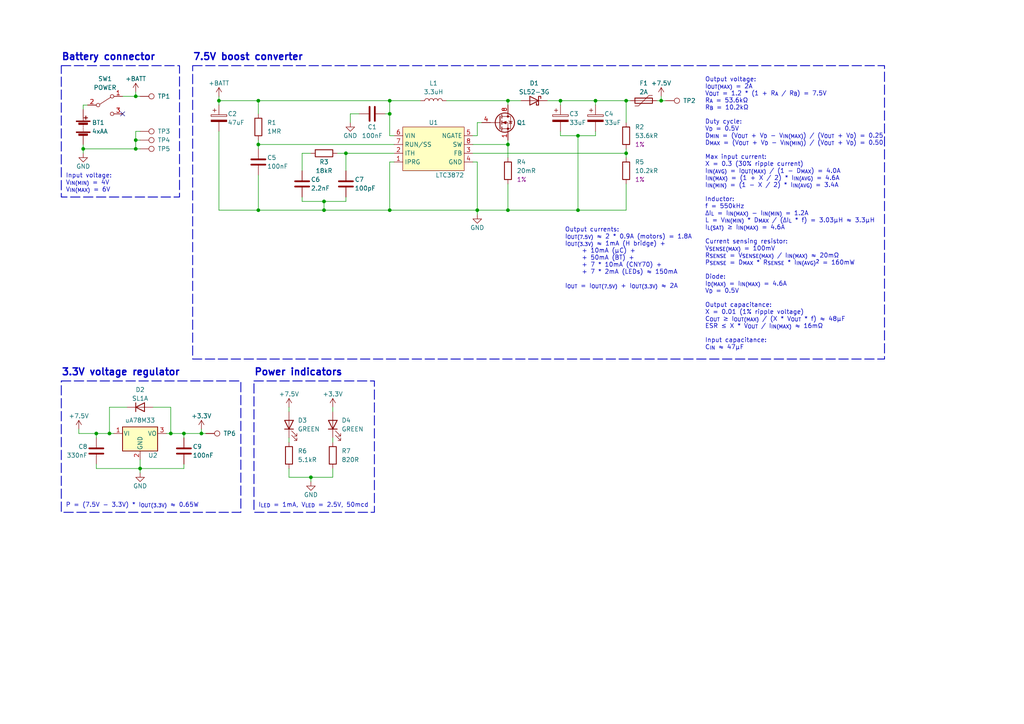
<source format=kicad_sch>
(kicad_sch (version 20230121) (generator eeschema)

  (uuid 801b847b-1ef9-426d-9311-e20107499a35)

  (paper "A4")

  (lib_symbols
    (symbol "Autko:LTC3872" (in_bom yes) (on_board yes)
      (property "Reference" "U" (at 0 7.62 0) (do_not_autoplace)
        (effects (font (size 1.27 1.27)))
      )
      (property "Value" "LTC3872" (at 8.89 -7.62 0) (do_not_autoplace)
        (effects (font (size 1.27 1.27)) (justify right))
      )
      (property "Footprint" "" (at -3.81 5.08 0)
        (effects (font (size 1.27 1.27)) hide)
      )
      (property "Datasheet" "" (at -3.81 5.08 0)
        (effects (font (size 1.27 1.27)) hide)
      )
      (symbol "LTC3872_1_1"
        (rectangle (start -8.89 6.35) (end 8.89 -6.35)
          (stroke (width 0) (type default))
          (fill (type background))
        )
        (pin input line (at -11.43 -3.81 0) (length 2.54)
          (name "IPRG" (effects (font (size 1.27 1.27))))
          (number "1" (effects (font (size 1.27 1.27))))
        )
        (pin input line (at -11.43 -1.27 0) (length 2.54)
          (name "ITH" (effects (font (size 1.27 1.27))))
          (number "2" (effects (font (size 1.27 1.27))))
        )
        (pin input line (at 11.43 -1.27 180) (length 2.54)
          (name "FB" (effects (font (size 1.27 1.27))))
          (number "3" (effects (font (size 1.27 1.27))))
        )
        (pin power_in line (at 11.43 -3.81 180) (length 2.54)
          (name "GND" (effects (font (size 1.27 1.27))))
          (number "4" (effects (font (size 1.27 1.27))))
        )
        (pin output line (at 11.43 3.81 180) (length 2.54)
          (name "NGATE" (effects (font (size 1.27 1.27))))
          (number "5" (effects (font (size 1.27 1.27))))
        )
        (pin power_in line (at -11.43 3.81 0) (length 2.54)
          (name "VIN" (effects (font (size 1.27 1.27))))
          (number "6" (effects (font (size 1.27 1.27))))
        )
        (pin input line (at -11.43 1.27 0) (length 2.54)
          (name "RUN/SS" (effects (font (size 1.27 1.27))))
          (number "7" (effects (font (size 1.27 1.27))))
        )
        (pin input line (at 11.43 1.27 180) (length 2.54)
          (name "SW" (effects (font (size 1.27 1.27))))
          (number "8" (effects (font (size 1.27 1.27))))
        )
      )
    )
    (symbol "Autko:Si4368DY" (pin_names hide) (in_bom yes) (on_board yes)
      (property "Reference" "Q" (at 5.08 1.27 0)
        (effects (font (size 1.27 1.27)) (justify left))
      )
      (property "Value" "Si4368DY" (at 5.08 -1.27 0)
        (effects (font (size 1.27 1.27)) (justify left))
      )
      (property "Footprint" "Package_SO:SO-8_3.9x4.9mm_P1.27mm" (at 5.08 -3.81 0)
        (effects (font (size 1.27 1.27)) (justify left) hide)
      )
      (property "Datasheet" "" (at 10.16 -8.89 0)
        (effects (font (size 1.27 1.27)) (justify left) hide)
      )
      (property "ki_keywords" "N-Channel MOSFET" (at 0 0 0)
        (effects (font (size 1.27 1.27)) hide)
      )
      (property "ki_fp_filters" "SOIC*3.9x4.9mm*P1.27mm*" (at 0 0 0)
        (effects (font (size 1.27 1.27)) hide)
      )
      (symbol "Si4368DY_0_1"
        (polyline
          (pts
            (xy 0.254 0)
            (xy -2.54 0)
          )
          (stroke (width 0) (type default))
          (fill (type none))
        )
        (polyline
          (pts
            (xy 0.254 1.905)
            (xy 0.254 -1.905)
          )
          (stroke (width 0.254) (type default))
          (fill (type none))
        )
        (polyline
          (pts
            (xy 0.762 -1.27)
            (xy 0.762 -2.286)
          )
          (stroke (width 0.254) (type default))
          (fill (type none))
        )
        (polyline
          (pts
            (xy 0.762 0.508)
            (xy 0.762 -0.508)
          )
          (stroke (width 0.254) (type default))
          (fill (type none))
        )
        (polyline
          (pts
            (xy 0.762 2.286)
            (xy 0.762 1.27)
          )
          (stroke (width 0.254) (type default))
          (fill (type none))
        )
        (polyline
          (pts
            (xy 2.54 2.54)
            (xy 2.54 1.778)
          )
          (stroke (width 0) (type default))
          (fill (type none))
        )
        (polyline
          (pts
            (xy 2.54 -2.54)
            (xy 2.54 0)
            (xy 0.762 0)
          )
          (stroke (width 0) (type default))
          (fill (type none))
        )
        (polyline
          (pts
            (xy 0.762 -1.778)
            (xy 3.302 -1.778)
            (xy 3.302 1.778)
            (xy 0.762 1.778)
          )
          (stroke (width 0) (type default))
          (fill (type none))
        )
        (polyline
          (pts
            (xy 1.016 0)
            (xy 2.032 0.381)
            (xy 2.032 -0.381)
            (xy 1.016 0)
          )
          (stroke (width 0) (type default))
          (fill (type outline))
        )
        (polyline
          (pts
            (xy 2.794 0.508)
            (xy 2.921 0.381)
            (xy 3.683 0.381)
            (xy 3.81 0.254)
          )
          (stroke (width 0) (type default))
          (fill (type none))
        )
        (polyline
          (pts
            (xy 3.302 0.381)
            (xy 2.921 -0.254)
            (xy 3.683 -0.254)
            (xy 3.302 0.381)
          )
          (stroke (width 0) (type default))
          (fill (type none))
        )
        (circle (center 1.651 0) (radius 2.794)
          (stroke (width 0.254) (type default))
          (fill (type none))
        )
        (circle (center 2.54 -1.778) (radius 0.254)
          (stroke (width 0) (type default))
          (fill (type outline))
        )
        (circle (center 2.54 1.778) (radius 0.254)
          (stroke (width 0) (type default))
          (fill (type outline))
        )
      )
      (symbol "Si4368DY_1_1"
        (pin passive line (at 2.54 -5.08 90) (length 2.54)
          (name "S" (effects (font (size 1.27 1.27))))
          (number "1" (effects (font (size 1.27 1.27))))
        )
        (pin passive line (at 2.54 -5.08 90) (length 2.54) hide
          (name "S" (effects (font (size 1.27 1.27))))
          (number "2" (effects (font (size 1.27 1.27))))
        )
        (pin passive line (at 2.54 -5.08 90) (length 2.54) hide
          (name "S" (effects (font (size 1.27 1.27))))
          (number "3" (effects (font (size 1.27 1.27))))
        )
        (pin input line (at -5.08 0 0) (length 2.54)
          (name "G" (effects (font (size 1.27 1.27))))
          (number "4" (effects (font (size 1.27 1.27))))
        )
        (pin passive line (at 2.54 5.08 270) (length 2.54) hide
          (name "D" (effects (font (size 1.27 1.27))))
          (number "5" (effects (font (size 1.27 1.27))))
        )
        (pin passive line (at 2.54 5.08 270) (length 2.54) hide
          (name "D" (effects (font (size 1.27 1.27))))
          (number "6" (effects (font (size 1.27 1.27))))
        )
        (pin passive line (at 2.54 5.08 270) (length 2.54) hide
          (name "D" (effects (font (size 1.27 1.27))))
          (number "7" (effects (font (size 1.27 1.27))))
        )
        (pin passive line (at 2.54 5.08 270) (length 2.54)
          (name "D" (effects (font (size 1.27 1.27))))
          (number "8" (effects (font (size 1.27 1.27))))
        )
      )
    )
    (symbol "Autko:uA78M33" (pin_names (offset 0.254)) (in_bom yes) (on_board yes)
      (property "Reference" "U" (at 0 5.08 0)
        (effects (font (size 1.27 1.27)))
      )
      (property "Value" "uA78M33" (at 0 3.175 0)
        (effects (font (size 1.27 1.27)))
      )
      (property "Footprint" "" (at 0 0 0)
        (effects (font (size 1.27 1.27)) hide)
      )
      (property "Datasheet" "" (at 0 0 0)
        (effects (font (size 1.27 1.27)) hide)
      )
      (property "ki_fp_filters" "SOT?223* TO?252* TO?220*" (at 0 0 0)
        (effects (font (size 1.27 1.27)) hide)
      )
      (symbol "uA78M33_0_1"
        (rectangle (start -5.08 -5.08) (end 5.08 1.905)
          (stroke (width 0.254) (type default))
          (fill (type background))
        )
      )
      (symbol "uA78M33_1_1"
        (pin power_in line (at -7.62 0 0) (length 2.54)
          (name "VI" (effects (font (size 1.27 1.27))))
          (number "1" (effects (font (size 1.27 1.27))))
        )
        (pin power_in line (at 0 -7.62 90) (length 2.54)
          (name "GND" (effects (font (size 1.27 1.27))))
          (number "2" (effects (font (size 1.27 1.27))))
        )
        (pin power_out line (at 7.62 0 180) (length 2.54)
          (name "VO" (effects (font (size 1.27 1.27))))
          (number "3" (effects (font (size 1.27 1.27))))
        )
      )
    )
    (symbol "Connector:TestPoint" (pin_numbers hide) (pin_names (offset 0.762) hide) (in_bom yes) (on_board yes)
      (property "Reference" "TP" (at 0 6.858 0)
        (effects (font (size 1.27 1.27)))
      )
      (property "Value" "TestPoint" (at 0 5.08 0)
        (effects (font (size 1.27 1.27)))
      )
      (property "Footprint" "" (at 5.08 0 0)
        (effects (font (size 1.27 1.27)) hide)
      )
      (property "Datasheet" "~" (at 5.08 0 0)
        (effects (font (size 1.27 1.27)) hide)
      )
      (property "ki_keywords" "test point tp" (at 0 0 0)
        (effects (font (size 1.27 1.27)) hide)
      )
      (property "ki_description" "test point" (at 0 0 0)
        (effects (font (size 1.27 1.27)) hide)
      )
      (property "ki_fp_filters" "Pin* Test*" (at 0 0 0)
        (effects (font (size 1.27 1.27)) hide)
      )
      (symbol "TestPoint_0_1"
        (circle (center 0 3.302) (radius 0.762)
          (stroke (width 0) (type default))
          (fill (type none))
        )
      )
      (symbol "TestPoint_1_1"
        (pin passive line (at 0 0 90) (length 2.54)
          (name "1" (effects (font (size 1.27 1.27))))
          (number "1" (effects (font (size 1.27 1.27))))
        )
      )
    )
    (symbol "Device:Battery" (pin_numbers hide) (pin_names (offset 0) hide) (in_bom yes) (on_board yes)
      (property "Reference" "BT" (at 2.54 2.54 0)
        (effects (font (size 1.27 1.27)) (justify left))
      )
      (property "Value" "Battery" (at 2.54 0 0)
        (effects (font (size 1.27 1.27)) (justify left))
      )
      (property "Footprint" "" (at 0 1.524 90)
        (effects (font (size 1.27 1.27)) hide)
      )
      (property "Datasheet" "~" (at 0 1.524 90)
        (effects (font (size 1.27 1.27)) hide)
      )
      (property "ki_keywords" "batt voltage-source cell" (at 0 0 0)
        (effects (font (size 1.27 1.27)) hide)
      )
      (property "ki_description" "Multiple-cell battery" (at 0 0 0)
        (effects (font (size 1.27 1.27)) hide)
      )
      (symbol "Battery_0_1"
        (rectangle (start -2.032 -1.397) (end 2.032 -1.651)
          (stroke (width 0) (type default))
          (fill (type outline))
        )
        (rectangle (start -2.032 1.778) (end 2.032 1.524)
          (stroke (width 0) (type default))
          (fill (type outline))
        )
        (rectangle (start -1.3208 -1.9812) (end 1.27 -2.4892)
          (stroke (width 0) (type default))
          (fill (type outline))
        )
        (rectangle (start -1.3208 1.1938) (end 1.27 0.6858)
          (stroke (width 0) (type default))
          (fill (type outline))
        )
        (polyline
          (pts
            (xy 0 -1.524)
            (xy 0 -1.27)
          )
          (stroke (width 0) (type default))
          (fill (type none))
        )
        (polyline
          (pts
            (xy 0 -1.016)
            (xy 0 -0.762)
          )
          (stroke (width 0) (type default))
          (fill (type none))
        )
        (polyline
          (pts
            (xy 0 -0.508)
            (xy 0 -0.254)
          )
          (stroke (width 0) (type default))
          (fill (type none))
        )
        (polyline
          (pts
            (xy 0 0)
            (xy 0 0.254)
          )
          (stroke (width 0) (type default))
          (fill (type none))
        )
        (polyline
          (pts
            (xy 0 0.508)
            (xy 0 0.762)
          )
          (stroke (width 0) (type default))
          (fill (type none))
        )
        (polyline
          (pts
            (xy 0 1.778)
            (xy 0 2.54)
          )
          (stroke (width 0) (type default))
          (fill (type none))
        )
        (polyline
          (pts
            (xy 0.254 2.667)
            (xy 1.27 2.667)
          )
          (stroke (width 0.254) (type default))
          (fill (type none))
        )
        (polyline
          (pts
            (xy 0.762 3.175)
            (xy 0.762 2.159)
          )
          (stroke (width 0.254) (type default))
          (fill (type none))
        )
      )
      (symbol "Battery_1_1"
        (pin passive line (at 0 5.08 270) (length 2.54)
          (name "+" (effects (font (size 1.27 1.27))))
          (number "1" (effects (font (size 1.27 1.27))))
        )
        (pin passive line (at 0 -5.08 90) (length 2.54)
          (name "-" (effects (font (size 1.27 1.27))))
          (number "2" (effects (font (size 1.27 1.27))))
        )
      )
    )
    (symbol "Device:C" (pin_numbers hide) (pin_names (offset 0.254)) (in_bom yes) (on_board yes)
      (property "Reference" "C" (at 0.635 2.54 0)
        (effects (font (size 1.27 1.27)) (justify left))
      )
      (property "Value" "C" (at 0.635 -2.54 0)
        (effects (font (size 1.27 1.27)) (justify left))
      )
      (property "Footprint" "" (at 0.9652 -3.81 0)
        (effects (font (size 1.27 1.27)) hide)
      )
      (property "Datasheet" "~" (at 0 0 0)
        (effects (font (size 1.27 1.27)) hide)
      )
      (property "ki_keywords" "cap capacitor" (at 0 0 0)
        (effects (font (size 1.27 1.27)) hide)
      )
      (property "ki_description" "Unpolarized capacitor" (at 0 0 0)
        (effects (font (size 1.27 1.27)) hide)
      )
      (property "ki_fp_filters" "C_*" (at 0 0 0)
        (effects (font (size 1.27 1.27)) hide)
      )
      (symbol "C_0_1"
        (polyline
          (pts
            (xy -2.032 -0.762)
            (xy 2.032 -0.762)
          )
          (stroke (width 0.508) (type default))
          (fill (type none))
        )
        (polyline
          (pts
            (xy -2.032 0.762)
            (xy 2.032 0.762)
          )
          (stroke (width 0.508) (type default))
          (fill (type none))
        )
      )
      (symbol "C_1_1"
        (pin passive line (at 0 3.81 270) (length 2.794)
          (name "~" (effects (font (size 1.27 1.27))))
          (number "1" (effects (font (size 1.27 1.27))))
        )
        (pin passive line (at 0 -3.81 90) (length 2.794)
          (name "~" (effects (font (size 1.27 1.27))))
          (number "2" (effects (font (size 1.27 1.27))))
        )
      )
    )
    (symbol "Device:C_Polarized" (pin_numbers hide) (pin_names (offset 0.254)) (in_bom yes) (on_board yes)
      (property "Reference" "C" (at 0.635 2.54 0)
        (effects (font (size 1.27 1.27)) (justify left))
      )
      (property "Value" "C_Polarized" (at 0.635 -2.54 0)
        (effects (font (size 1.27 1.27)) (justify left))
      )
      (property "Footprint" "" (at 0.9652 -3.81 0)
        (effects (font (size 1.27 1.27)) hide)
      )
      (property "Datasheet" "~" (at 0 0 0)
        (effects (font (size 1.27 1.27)) hide)
      )
      (property "ki_keywords" "cap capacitor" (at 0 0 0)
        (effects (font (size 1.27 1.27)) hide)
      )
      (property "ki_description" "Polarized capacitor" (at 0 0 0)
        (effects (font (size 1.27 1.27)) hide)
      )
      (property "ki_fp_filters" "CP_*" (at 0 0 0)
        (effects (font (size 1.27 1.27)) hide)
      )
      (symbol "C_Polarized_0_1"
        (rectangle (start -2.286 0.508) (end 2.286 1.016)
          (stroke (width 0) (type default))
          (fill (type none))
        )
        (polyline
          (pts
            (xy -1.778 2.286)
            (xy -0.762 2.286)
          )
          (stroke (width 0) (type default))
          (fill (type none))
        )
        (polyline
          (pts
            (xy -1.27 2.794)
            (xy -1.27 1.778)
          )
          (stroke (width 0) (type default))
          (fill (type none))
        )
        (rectangle (start 2.286 -0.508) (end -2.286 -1.016)
          (stroke (width 0) (type default))
          (fill (type outline))
        )
      )
      (symbol "C_Polarized_1_1"
        (pin passive line (at 0 3.81 270) (length 2.794)
          (name "~" (effects (font (size 1.27 1.27))))
          (number "1" (effects (font (size 1.27 1.27))))
        )
        (pin passive line (at 0 -3.81 90) (length 2.794)
          (name "~" (effects (font (size 1.27 1.27))))
          (number "2" (effects (font (size 1.27 1.27))))
        )
      )
    )
    (symbol "Device:D" (pin_numbers hide) (pin_names (offset 1.016) hide) (in_bom yes) (on_board yes)
      (property "Reference" "D" (at 0 2.54 0)
        (effects (font (size 1.27 1.27)))
      )
      (property "Value" "D" (at 0 -2.54 0)
        (effects (font (size 1.27 1.27)))
      )
      (property "Footprint" "" (at 0 0 0)
        (effects (font (size 1.27 1.27)) hide)
      )
      (property "Datasheet" "~" (at 0 0 0)
        (effects (font (size 1.27 1.27)) hide)
      )
      (property "Sim.Device" "D" (at 0 0 0)
        (effects (font (size 1.27 1.27)) hide)
      )
      (property "Sim.Pins" "1=K 2=A" (at 0 0 0)
        (effects (font (size 1.27 1.27)) hide)
      )
      (property "ki_keywords" "diode" (at 0 0 0)
        (effects (font (size 1.27 1.27)) hide)
      )
      (property "ki_description" "Diode" (at 0 0 0)
        (effects (font (size 1.27 1.27)) hide)
      )
      (property "ki_fp_filters" "TO-???* *_Diode_* *SingleDiode* D_*" (at 0 0 0)
        (effects (font (size 1.27 1.27)) hide)
      )
      (symbol "D_0_1"
        (polyline
          (pts
            (xy -1.27 1.27)
            (xy -1.27 -1.27)
          )
          (stroke (width 0.254) (type default))
          (fill (type none))
        )
        (polyline
          (pts
            (xy 1.27 0)
            (xy -1.27 0)
          )
          (stroke (width 0) (type default))
          (fill (type none))
        )
        (polyline
          (pts
            (xy 1.27 1.27)
            (xy 1.27 -1.27)
            (xy -1.27 0)
            (xy 1.27 1.27)
          )
          (stroke (width 0.254) (type default))
          (fill (type none))
        )
      )
      (symbol "D_1_1"
        (pin passive line (at -3.81 0 0) (length 2.54)
          (name "K" (effects (font (size 1.27 1.27))))
          (number "1" (effects (font (size 1.27 1.27))))
        )
        (pin passive line (at 3.81 0 180) (length 2.54)
          (name "A" (effects (font (size 1.27 1.27))))
          (number "2" (effects (font (size 1.27 1.27))))
        )
      )
    )
    (symbol "Device:D_Schottky" (pin_numbers hide) (pin_names (offset 1.016) hide) (in_bom yes) (on_board yes)
      (property "Reference" "D" (at 0 2.54 0)
        (effects (font (size 1.27 1.27)))
      )
      (property "Value" "D_Schottky" (at 0 -2.54 0)
        (effects (font (size 1.27 1.27)))
      )
      (property "Footprint" "" (at 0 0 0)
        (effects (font (size 1.27 1.27)) hide)
      )
      (property "Datasheet" "~" (at 0 0 0)
        (effects (font (size 1.27 1.27)) hide)
      )
      (property "ki_keywords" "diode Schottky" (at 0 0 0)
        (effects (font (size 1.27 1.27)) hide)
      )
      (property "ki_description" "Schottky diode" (at 0 0 0)
        (effects (font (size 1.27 1.27)) hide)
      )
      (property "ki_fp_filters" "TO-???* *_Diode_* *SingleDiode* D_*" (at 0 0 0)
        (effects (font (size 1.27 1.27)) hide)
      )
      (symbol "D_Schottky_0_1"
        (polyline
          (pts
            (xy 1.27 0)
            (xy -1.27 0)
          )
          (stroke (width 0) (type default))
          (fill (type none))
        )
        (polyline
          (pts
            (xy 1.27 1.27)
            (xy 1.27 -1.27)
            (xy -1.27 0)
            (xy 1.27 1.27)
          )
          (stroke (width 0.254) (type default))
          (fill (type none))
        )
        (polyline
          (pts
            (xy -1.905 0.635)
            (xy -1.905 1.27)
            (xy -1.27 1.27)
            (xy -1.27 -1.27)
            (xy -0.635 -1.27)
            (xy -0.635 -0.635)
          )
          (stroke (width 0.254) (type default))
          (fill (type none))
        )
      )
      (symbol "D_Schottky_1_1"
        (pin passive line (at -3.81 0 0) (length 2.54)
          (name "K" (effects (font (size 1.27 1.27))))
          (number "1" (effects (font (size 1.27 1.27))))
        )
        (pin passive line (at 3.81 0 180) (length 2.54)
          (name "A" (effects (font (size 1.27 1.27))))
          (number "2" (effects (font (size 1.27 1.27))))
        )
      )
    )
    (symbol "Device:L" (pin_numbers hide) (pin_names (offset 1.016) hide) (in_bom yes) (on_board yes)
      (property "Reference" "L" (at -1.27 0 90)
        (effects (font (size 1.27 1.27)))
      )
      (property "Value" "L" (at 1.905 0 90)
        (effects (font (size 1.27 1.27)))
      )
      (property "Footprint" "" (at 0 0 0)
        (effects (font (size 1.27 1.27)) hide)
      )
      (property "Datasheet" "~" (at 0 0 0)
        (effects (font (size 1.27 1.27)) hide)
      )
      (property "ki_keywords" "inductor choke coil reactor magnetic" (at 0 0 0)
        (effects (font (size 1.27 1.27)) hide)
      )
      (property "ki_description" "Inductor" (at 0 0 0)
        (effects (font (size 1.27 1.27)) hide)
      )
      (property "ki_fp_filters" "Choke_* *Coil* Inductor_* L_*" (at 0 0 0)
        (effects (font (size 1.27 1.27)) hide)
      )
      (symbol "L_0_1"
        (arc (start 0 -2.54) (mid 0.6323 -1.905) (end 0 -1.27)
          (stroke (width 0) (type default))
          (fill (type none))
        )
        (arc (start 0 -1.27) (mid 0.6323 -0.635) (end 0 0)
          (stroke (width 0) (type default))
          (fill (type none))
        )
        (arc (start 0 0) (mid 0.6323 0.635) (end 0 1.27)
          (stroke (width 0) (type default))
          (fill (type none))
        )
        (arc (start 0 1.27) (mid 0.6323 1.905) (end 0 2.54)
          (stroke (width 0) (type default))
          (fill (type none))
        )
      )
      (symbol "L_1_1"
        (pin passive line (at 0 3.81 270) (length 1.27)
          (name "1" (effects (font (size 1.27 1.27))))
          (number "1" (effects (font (size 1.27 1.27))))
        )
        (pin passive line (at 0 -3.81 90) (length 1.27)
          (name "2" (effects (font (size 1.27 1.27))))
          (number "2" (effects (font (size 1.27 1.27))))
        )
      )
    )
    (symbol "Device:LED" (pin_numbers hide) (pin_names (offset 1.016) hide) (in_bom yes) (on_board yes)
      (property "Reference" "D" (at 0 2.54 0)
        (effects (font (size 1.27 1.27)))
      )
      (property "Value" "LED" (at 0 -2.54 0)
        (effects (font (size 1.27 1.27)))
      )
      (property "Footprint" "" (at 0 0 0)
        (effects (font (size 1.27 1.27)) hide)
      )
      (property "Datasheet" "~" (at 0 0 0)
        (effects (font (size 1.27 1.27)) hide)
      )
      (property "ki_keywords" "LED diode" (at 0 0 0)
        (effects (font (size 1.27 1.27)) hide)
      )
      (property "ki_description" "Light emitting diode" (at 0 0 0)
        (effects (font (size 1.27 1.27)) hide)
      )
      (property "ki_fp_filters" "LED* LED_SMD:* LED_THT:*" (at 0 0 0)
        (effects (font (size 1.27 1.27)) hide)
      )
      (symbol "LED_0_1"
        (polyline
          (pts
            (xy -1.27 -1.27)
            (xy -1.27 1.27)
          )
          (stroke (width 0.254) (type default))
          (fill (type none))
        )
        (polyline
          (pts
            (xy -1.27 0)
            (xy 1.27 0)
          )
          (stroke (width 0) (type default))
          (fill (type none))
        )
        (polyline
          (pts
            (xy 1.27 -1.27)
            (xy 1.27 1.27)
            (xy -1.27 0)
            (xy 1.27 -1.27)
          )
          (stroke (width 0.254) (type default))
          (fill (type none))
        )
        (polyline
          (pts
            (xy -3.048 -0.762)
            (xy -4.572 -2.286)
            (xy -3.81 -2.286)
            (xy -4.572 -2.286)
            (xy -4.572 -1.524)
          )
          (stroke (width 0) (type default))
          (fill (type none))
        )
        (polyline
          (pts
            (xy -1.778 -0.762)
            (xy -3.302 -2.286)
            (xy -2.54 -2.286)
            (xy -3.302 -2.286)
            (xy -3.302 -1.524)
          )
          (stroke (width 0) (type default))
          (fill (type none))
        )
      )
      (symbol "LED_1_1"
        (pin passive line (at -3.81 0 0) (length 2.54)
          (name "K" (effects (font (size 1.27 1.27))))
          (number "1" (effects (font (size 1.27 1.27))))
        )
        (pin passive line (at 3.81 0 180) (length 2.54)
          (name "A" (effects (font (size 1.27 1.27))))
          (number "2" (effects (font (size 1.27 1.27))))
        )
      )
    )
    (symbol "Device:Polyfuse" (pin_numbers hide) (pin_names (offset 0)) (in_bom yes) (on_board yes)
      (property "Reference" "F" (at -2.54 0 90)
        (effects (font (size 1.27 1.27)))
      )
      (property "Value" "Polyfuse" (at 2.54 0 90)
        (effects (font (size 1.27 1.27)))
      )
      (property "Footprint" "" (at 1.27 -5.08 0)
        (effects (font (size 1.27 1.27)) (justify left) hide)
      )
      (property "Datasheet" "~" (at 0 0 0)
        (effects (font (size 1.27 1.27)) hide)
      )
      (property "ki_keywords" "resettable fuse PTC PPTC polyfuse polyswitch" (at 0 0 0)
        (effects (font (size 1.27 1.27)) hide)
      )
      (property "ki_description" "Resettable fuse, polymeric positive temperature coefficient" (at 0 0 0)
        (effects (font (size 1.27 1.27)) hide)
      )
      (property "ki_fp_filters" "*polyfuse* *PTC*" (at 0 0 0)
        (effects (font (size 1.27 1.27)) hide)
      )
      (symbol "Polyfuse_0_1"
        (rectangle (start -0.762 2.54) (end 0.762 -2.54)
          (stroke (width 0.254) (type default))
          (fill (type none))
        )
        (polyline
          (pts
            (xy 0 2.54)
            (xy 0 -2.54)
          )
          (stroke (width 0) (type default))
          (fill (type none))
        )
        (polyline
          (pts
            (xy -1.524 2.54)
            (xy -1.524 1.524)
            (xy 1.524 -1.524)
            (xy 1.524 -2.54)
          )
          (stroke (width 0) (type default))
          (fill (type none))
        )
      )
      (symbol "Polyfuse_1_1"
        (pin passive line (at 0 3.81 270) (length 1.27)
          (name "~" (effects (font (size 1.27 1.27))))
          (number "1" (effects (font (size 1.27 1.27))))
        )
        (pin passive line (at 0 -3.81 90) (length 1.27)
          (name "~" (effects (font (size 1.27 1.27))))
          (number "2" (effects (font (size 1.27 1.27))))
        )
      )
    )
    (symbol "Device:R" (pin_numbers hide) (pin_names (offset 0)) (in_bom yes) (on_board yes)
      (property "Reference" "R" (at 2.032 0 90)
        (effects (font (size 1.27 1.27)))
      )
      (property "Value" "R" (at 0 0 90)
        (effects (font (size 1.27 1.27)))
      )
      (property "Footprint" "" (at -1.778 0 90)
        (effects (font (size 1.27 1.27)) hide)
      )
      (property "Datasheet" "~" (at 0 0 0)
        (effects (font (size 1.27 1.27)) hide)
      )
      (property "ki_keywords" "R res resistor" (at 0 0 0)
        (effects (font (size 1.27 1.27)) hide)
      )
      (property "ki_description" "Resistor" (at 0 0 0)
        (effects (font (size 1.27 1.27)) hide)
      )
      (property "ki_fp_filters" "R_*" (at 0 0 0)
        (effects (font (size 1.27 1.27)) hide)
      )
      (symbol "R_0_1"
        (rectangle (start -1.016 -2.54) (end 1.016 2.54)
          (stroke (width 0.254) (type default))
          (fill (type none))
        )
      )
      (symbol "R_1_1"
        (pin passive line (at 0 3.81 270) (length 1.27)
          (name "~" (effects (font (size 1.27 1.27))))
          (number "1" (effects (font (size 1.27 1.27))))
        )
        (pin passive line (at 0 -3.81 90) (length 1.27)
          (name "~" (effects (font (size 1.27 1.27))))
          (number "2" (effects (font (size 1.27 1.27))))
        )
      )
    )
    (symbol "Switch:SW_SPDT" (pin_names (offset 0) hide) (in_bom yes) (on_board yes)
      (property "Reference" "SW" (at 0 4.318 0)
        (effects (font (size 1.27 1.27)))
      )
      (property "Value" "SW_SPDT" (at 0 -5.08 0)
        (effects (font (size 1.27 1.27)))
      )
      (property "Footprint" "" (at 0 0 0)
        (effects (font (size 1.27 1.27)) hide)
      )
      (property "Datasheet" "~" (at 0 0 0)
        (effects (font (size 1.27 1.27)) hide)
      )
      (property "ki_keywords" "switch single-pole double-throw spdt ON-ON" (at 0 0 0)
        (effects (font (size 1.27 1.27)) hide)
      )
      (property "ki_description" "Switch, single pole double throw" (at 0 0 0)
        (effects (font (size 1.27 1.27)) hide)
      )
      (symbol "SW_SPDT_0_0"
        (circle (center -2.032 0) (radius 0.508)
          (stroke (width 0) (type default))
          (fill (type none))
        )
        (circle (center 2.032 -2.54) (radius 0.508)
          (stroke (width 0) (type default))
          (fill (type none))
        )
      )
      (symbol "SW_SPDT_0_1"
        (polyline
          (pts
            (xy -1.524 0.254)
            (xy 1.651 2.286)
          )
          (stroke (width 0) (type default))
          (fill (type none))
        )
        (circle (center 2.032 2.54) (radius 0.508)
          (stroke (width 0) (type default))
          (fill (type none))
        )
      )
      (symbol "SW_SPDT_1_1"
        (pin passive line (at 5.08 2.54 180) (length 2.54)
          (name "A" (effects (font (size 1.27 1.27))))
          (number "1" (effects (font (size 1.27 1.27))))
        )
        (pin passive line (at -5.08 0 0) (length 2.54)
          (name "B" (effects (font (size 1.27 1.27))))
          (number "2" (effects (font (size 1.27 1.27))))
        )
        (pin passive line (at 5.08 -2.54 180) (length 2.54)
          (name "C" (effects (font (size 1.27 1.27))))
          (number "3" (effects (font (size 1.27 1.27))))
        )
      )
    )
    (symbol "power:+3.3V" (power) (pin_names (offset 0)) (in_bom yes) (on_board yes)
      (property "Reference" "#PWR" (at 0 -3.81 0)
        (effects (font (size 1.27 1.27)) hide)
      )
      (property "Value" "+3.3V" (at 0 3.556 0)
        (effects (font (size 1.27 1.27)))
      )
      (property "Footprint" "" (at 0 0 0)
        (effects (font (size 1.27 1.27)) hide)
      )
      (property "Datasheet" "" (at 0 0 0)
        (effects (font (size 1.27 1.27)) hide)
      )
      (property "ki_keywords" "global power" (at 0 0 0)
        (effects (font (size 1.27 1.27)) hide)
      )
      (property "ki_description" "Power symbol creates a global label with name \"+3.3V\"" (at 0 0 0)
        (effects (font (size 1.27 1.27)) hide)
      )
      (symbol "+3.3V_0_1"
        (polyline
          (pts
            (xy -0.762 1.27)
            (xy 0 2.54)
          )
          (stroke (width 0) (type default))
          (fill (type none))
        )
        (polyline
          (pts
            (xy 0 0)
            (xy 0 2.54)
          )
          (stroke (width 0) (type default))
          (fill (type none))
        )
        (polyline
          (pts
            (xy 0 2.54)
            (xy 0.762 1.27)
          )
          (stroke (width 0) (type default))
          (fill (type none))
        )
      )
      (symbol "+3.3V_1_1"
        (pin power_in line (at 0 0 90) (length 0) hide
          (name "+3.3V" (effects (font (size 1.27 1.27))))
          (number "1" (effects (font (size 1.27 1.27))))
        )
      )
    )
    (symbol "power:+7.5V" (power) (pin_names (offset 0)) (in_bom yes) (on_board yes)
      (property "Reference" "#PWR" (at 0 -3.81 0)
        (effects (font (size 1.27 1.27)) hide)
      )
      (property "Value" "+7.5V" (at 0 3.556 0)
        (effects (font (size 1.27 1.27)))
      )
      (property "Footprint" "" (at 0 0 0)
        (effects (font (size 1.27 1.27)) hide)
      )
      (property "Datasheet" "" (at 0 0 0)
        (effects (font (size 1.27 1.27)) hide)
      )
      (property "ki_keywords" "global power" (at 0 0 0)
        (effects (font (size 1.27 1.27)) hide)
      )
      (property "ki_description" "Power symbol creates a global label with name \"+7.5V\"" (at 0 0 0)
        (effects (font (size 1.27 1.27)) hide)
      )
      (symbol "+7.5V_0_1"
        (polyline
          (pts
            (xy -0.762 1.27)
            (xy 0 2.54)
          )
          (stroke (width 0) (type default))
          (fill (type none))
        )
        (polyline
          (pts
            (xy 0 0)
            (xy 0 2.54)
          )
          (stroke (width 0) (type default))
          (fill (type none))
        )
        (polyline
          (pts
            (xy 0 2.54)
            (xy 0.762 1.27)
          )
          (stroke (width 0) (type default))
          (fill (type none))
        )
      )
      (symbol "+7.5V_1_1"
        (pin power_in line (at 0 0 90) (length 0) hide
          (name "+7.5V" (effects (font (size 1.27 1.27))))
          (number "1" (effects (font (size 1.27 1.27))))
        )
      )
    )
    (symbol "power:+BATT" (power) (pin_names (offset 0)) (in_bom yes) (on_board yes)
      (property "Reference" "#PWR" (at 0 -3.81 0)
        (effects (font (size 1.27 1.27)) hide)
      )
      (property "Value" "+BATT" (at 0 3.556 0)
        (effects (font (size 1.27 1.27)))
      )
      (property "Footprint" "" (at 0 0 0)
        (effects (font (size 1.27 1.27)) hide)
      )
      (property "Datasheet" "" (at 0 0 0)
        (effects (font (size 1.27 1.27)) hide)
      )
      (property "ki_keywords" "global power battery" (at 0 0 0)
        (effects (font (size 1.27 1.27)) hide)
      )
      (property "ki_description" "Power symbol creates a global label with name \"+BATT\"" (at 0 0 0)
        (effects (font (size 1.27 1.27)) hide)
      )
      (symbol "+BATT_0_1"
        (polyline
          (pts
            (xy -0.762 1.27)
            (xy 0 2.54)
          )
          (stroke (width 0) (type default))
          (fill (type none))
        )
        (polyline
          (pts
            (xy 0 0)
            (xy 0 2.54)
          )
          (stroke (width 0) (type default))
          (fill (type none))
        )
        (polyline
          (pts
            (xy 0 2.54)
            (xy 0.762 1.27)
          )
          (stroke (width 0) (type default))
          (fill (type none))
        )
      )
      (symbol "+BATT_1_1"
        (pin power_in line (at 0 0 90) (length 0) hide
          (name "+BATT" (effects (font (size 1.27 1.27))))
          (number "1" (effects (font (size 1.27 1.27))))
        )
      )
    )
    (symbol "power:GND" (power) (pin_names (offset 0)) (in_bom yes) (on_board yes)
      (property "Reference" "#PWR" (at 0 -6.35 0)
        (effects (font (size 1.27 1.27)) hide)
      )
      (property "Value" "GND" (at 0 -3.81 0)
        (effects (font (size 1.27 1.27)))
      )
      (property "Footprint" "" (at 0 0 0)
        (effects (font (size 1.27 1.27)) hide)
      )
      (property "Datasheet" "" (at 0 0 0)
        (effects (font (size 1.27 1.27)) hide)
      )
      (property "ki_keywords" "global power" (at 0 0 0)
        (effects (font (size 1.27 1.27)) hide)
      )
      (property "ki_description" "Power symbol creates a global label with name \"GND\" , ground" (at 0 0 0)
        (effects (font (size 1.27 1.27)) hide)
      )
      (symbol "GND_0_1"
        (polyline
          (pts
            (xy 0 0)
            (xy 0 -1.27)
            (xy 1.27 -1.27)
            (xy 0 -2.54)
            (xy -1.27 -1.27)
            (xy 0 -1.27)
          )
          (stroke (width 0) (type default))
          (fill (type none))
        )
      )
      (symbol "GND_1_1"
        (pin power_in line (at 0 0 270) (length 0) hide
          (name "GND" (effects (font (size 1.27 1.27))))
          (number "1" (effects (font (size 1.27 1.27))))
        )
      )
    )
  )

  (junction (at 58.42 125.73) (diameter 0) (color 0 0 0 0)
    (uuid 0a32fd1b-87b0-4c10-abda-8d15191cf610)
  )
  (junction (at 49.53 125.73) (diameter 0) (color 0 0 0 0)
    (uuid 0deee92d-c771-4ef6-82d2-f0527ae61139)
  )
  (junction (at 147.32 60.96) (diameter 0) (color 0 0 0 0)
    (uuid 28275065-b338-4a33-9abb-05712a5eb5f2)
  )
  (junction (at 31.75 125.73) (diameter 0) (color 0 0 0 0)
    (uuid 2f7cdf00-0120-4c9e-8dde-e4d08cbd9648)
  )
  (junction (at 40.64 135.89) (diameter 0) (color 0 0 0 0)
    (uuid 2fce9d3f-086a-4ea7-84e0-281dde4e50b5)
  )
  (junction (at 39.37 27.94) (diameter 0) (color 0 0 0 0)
    (uuid 34705a0c-0956-4f78-84e6-d044c2a9968c)
  )
  (junction (at 39.37 43.18) (diameter 0) (color 0 0 0 0)
    (uuid 35e33dcb-db18-4063-bf79-b7a1d4f61b02)
  )
  (junction (at 27.94 125.73) (diameter 0) (color 0 0 0 0)
    (uuid 39610b09-293d-41f4-9d13-0c72eeb4127b)
  )
  (junction (at 63.5 29.21) (diameter 0) (color 0 0 0 0)
    (uuid 4721b1ab-4091-45d4-ba00-38053778812d)
  )
  (junction (at 74.93 41.91) (diameter 0) (color 0 0 0 0)
    (uuid 4799ef39-3f4d-40eb-919a-9a98d5eb4bab)
  )
  (junction (at 147.32 41.91) (diameter 0) (color 0 0 0 0)
    (uuid 52a7b28a-719b-49c9-a3e4-641eec60afbc)
  )
  (junction (at 113.03 29.21) (diameter 0) (color 0 0 0 0)
    (uuid 5fcd6122-7e7f-46aa-8b05-36872da08e62)
  )
  (junction (at 90.17 138.43) (diameter 0) (color 0 0 0 0)
    (uuid 702a33b5-8778-463a-a3fc-a9e163fde6e0)
  )
  (junction (at 167.64 39.37) (diameter 0) (color 0 0 0 0)
    (uuid 70ffafcc-8570-4159-a85b-2c37e190fd70)
  )
  (junction (at 93.98 58.42) (diameter 0) (color 0 0 0 0)
    (uuid 7d8a9328-10fd-4374-9f26-ab178daa735e)
  )
  (junction (at 100.33 44.45) (diameter 0) (color 0 0 0 0)
    (uuid 8a57f321-1ea8-4ab7-935d-240be7b8c20f)
  )
  (junction (at 93.98 60.96) (diameter 0) (color 0 0 0 0)
    (uuid 9625d5cc-eba9-414c-bf61-dd95e1e72537)
  )
  (junction (at 24.13 43.18) (diameter 0) (color 0 0 0 0)
    (uuid 9a415508-bff8-4687-925e-b2f9740ea587)
  )
  (junction (at 53.34 125.73) (diameter 0) (color 0 0 0 0)
    (uuid a7709246-a1de-4f2a-8616-b0173064fd16)
  )
  (junction (at 191.77 29.21) (diameter 0) (color 0 0 0 0)
    (uuid ac24e262-0c29-4cc7-bff5-3f72bf5874ef)
  )
  (junction (at 74.93 29.21) (diameter 0) (color 0 0 0 0)
    (uuid af6a4027-b214-4641-8592-7bf4cb2199c9)
  )
  (junction (at 167.64 60.96) (diameter 0) (color 0 0 0 0)
    (uuid c1d13b97-337b-4d11-8285-38fffea6a6d9)
  )
  (junction (at 162.56 29.21) (diameter 0) (color 0 0 0 0)
    (uuid c5adbc0c-2d02-4968-a27c-c95f1e5303f3)
  )
  (junction (at 113.03 60.96) (diameter 0) (color 0 0 0 0)
    (uuid d7319446-7ce4-495e-831b-cdd4f18b6fdf)
  )
  (junction (at 181.61 44.45) (diameter 0) (color 0 0 0 0)
    (uuid dd6723a8-0b4a-4811-86cd-e024166d0bb8)
  )
  (junction (at 113.03 33.02) (diameter 0) (color 0 0 0 0)
    (uuid df36a9ee-bf02-4a7e-a6d3-01c3c4fe8d88)
  )
  (junction (at 138.43 60.96) (diameter 0) (color 0 0 0 0)
    (uuid df52f862-ecbf-413b-b5ed-47bc636b8c8a)
  )
  (junction (at 147.32 29.21) (diameter 0) (color 0 0 0 0)
    (uuid e6f1e12a-94dd-49b0-95d2-a067107b8431)
  )
  (junction (at 181.61 29.21) (diameter 0) (color 0 0 0 0)
    (uuid f2f42c76-1218-4f7f-98fe-acf6aa116176)
  )
  (junction (at 74.93 60.96) (diameter 0) (color 0 0 0 0)
    (uuid f8004e05-958a-46bc-8670-a0617148c09b)
  )
  (junction (at 172.72 29.21) (diameter 0) (color 0 0 0 0)
    (uuid fa3d952d-3d60-4875-9ebb-3667b101fd17)
  )
  (junction (at 39.37 40.64) (diameter 0) (color 0 0 0 0)
    (uuid fcf77448-9e9f-40d2-ba5d-1a6d5e3e3835)
  )

  (no_connect (at 35.56 33.02) (uuid a2db3a5c-c7ed-4860-8212-0c837e3f3def))

  (wire (pts (xy 44.45 118.11) (xy 49.53 118.11))
    (stroke (width 0) (type default))
    (uuid 002d8719-3817-41d1-9038-2840dc6d65c9)
  )
  (wire (pts (xy 53.34 125.73) (xy 53.34 127))
    (stroke (width 0) (type default))
    (uuid 00d837ba-59e7-4f69-8f08-bdd055010392)
  )
  (wire (pts (xy 27.94 135.89) (xy 27.94 134.62))
    (stroke (width 0) (type default))
    (uuid 020fab63-69c4-4758-9847-16b033042b22)
  )
  (wire (pts (xy 63.5 29.21) (xy 63.5 30.48))
    (stroke (width 0) (type default))
    (uuid 029b6bba-b8a1-40ff-97de-5f012591067f)
  )
  (wire (pts (xy 40.64 135.89) (xy 53.34 135.89))
    (stroke (width 0) (type default))
    (uuid 0699c7d4-7e68-4873-8b21-8afc571b8802)
  )
  (wire (pts (xy 24.13 30.48) (xy 25.4 30.48))
    (stroke (width 0) (type default))
    (uuid 097c366e-441f-4806-8d2c-bae007f1f21e)
  )
  (wire (pts (xy 39.37 38.1) (xy 39.37 40.64))
    (stroke (width 0) (type default))
    (uuid 0b2d5cd9-df98-4562-8357-d15af496138b)
  )
  (wire (pts (xy 138.43 46.99) (xy 137.16 46.99))
    (stroke (width 0) (type default))
    (uuid 0d4a3cc1-7506-41a9-bebb-8489e6675c0e)
  )
  (wire (pts (xy 27.94 125.73) (xy 27.94 127))
    (stroke (width 0) (type default))
    (uuid 0dc88b3a-7850-430d-b6cf-33957e5543ac)
  )
  (wire (pts (xy 22.86 124.46) (xy 22.86 125.73))
    (stroke (width 0) (type default))
    (uuid 10ead4ff-8b5e-4b74-a9d5-862488c10f60)
  )
  (wire (pts (xy 113.03 60.96) (xy 138.43 60.96))
    (stroke (width 0) (type default))
    (uuid 124f1455-3f25-41d4-abb4-f0117b2d6911)
  )
  (wire (pts (xy 53.34 135.89) (xy 53.34 134.62))
    (stroke (width 0) (type default))
    (uuid 16d02843-1db6-4c2f-833b-1465b8a5b453)
  )
  (wire (pts (xy 90.17 44.45) (xy 87.63 44.45))
    (stroke (width 0) (type default))
    (uuid 1c545ed1-d79e-43cf-88d1-fe99ab82f60f)
  )
  (wire (pts (xy 100.33 44.45) (xy 100.33 49.53))
    (stroke (width 0) (type default))
    (uuid 1edd717e-b386-4a61-a978-691fc5cf47c1)
  )
  (wire (pts (xy 22.86 125.73) (xy 27.94 125.73))
    (stroke (width 0) (type default))
    (uuid 2026df99-0c3f-4a34-9e3d-7c5467c6da1a)
  )
  (wire (pts (xy 138.43 39.37) (xy 137.16 39.37))
    (stroke (width 0) (type default))
    (uuid 210e78c7-79fa-474b-b10b-657c4376f5ab)
  )
  (wire (pts (xy 87.63 58.42) (xy 93.98 58.42))
    (stroke (width 0) (type default))
    (uuid 24d46555-63d7-4617-abf4-7167aaa71307)
  )
  (wire (pts (xy 97.79 44.45) (xy 100.33 44.45))
    (stroke (width 0) (type default))
    (uuid 26806a3b-43a0-40e7-b337-67e0df2a1305)
  )
  (wire (pts (xy 167.64 60.96) (xy 181.61 60.96))
    (stroke (width 0) (type default))
    (uuid 2942f019-1dac-4edb-8324-467d444368bb)
  )
  (wire (pts (xy 49.53 125.73) (xy 53.34 125.73))
    (stroke (width 0) (type default))
    (uuid 2978a533-4dd5-418d-b91c-5cebf9184e54)
  )
  (wire (pts (xy 191.77 29.21) (xy 191.77 27.94))
    (stroke (width 0) (type default))
    (uuid 2a333808-d0a5-4831-a442-e9f19f99c3d9)
  )
  (wire (pts (xy 83.82 127) (xy 83.82 128.27))
    (stroke (width 0) (type default))
    (uuid 2a3f89c3-9993-4605-a153-7e20678ea35e)
  )
  (wire (pts (xy 39.37 27.94) (xy 39.37 26.67))
    (stroke (width 0) (type default))
    (uuid 2ae7cf14-573e-49e6-9fe7-063995def8d6)
  )
  (wire (pts (xy 113.03 29.21) (xy 74.93 29.21))
    (stroke (width 0) (type default))
    (uuid 2d39fb65-4e00-46b4-9bc1-df112b1e1297)
  )
  (wire (pts (xy 58.42 124.46) (xy 58.42 125.73))
    (stroke (width 0) (type default))
    (uuid 2e8c4485-be27-4956-bd67-244c82fa607c)
  )
  (wire (pts (xy 31.75 118.11) (xy 36.83 118.11))
    (stroke (width 0) (type default))
    (uuid 31ea8997-6a8c-4e1a-a45e-dfaf9632fc4a)
  )
  (wire (pts (xy 63.5 27.94) (xy 63.5 29.21))
    (stroke (width 0) (type default))
    (uuid 355ad6b4-5427-4837-af4c-c515e90ad832)
  )
  (wire (pts (xy 58.42 125.73) (xy 59.69 125.73))
    (stroke (width 0) (type default))
    (uuid 3788a195-ba3f-4405-935a-9af5971a5121)
  )
  (wire (pts (xy 40.64 135.89) (xy 40.64 137.16))
    (stroke (width 0) (type default))
    (uuid 3a643d8c-e262-4fc3-b780-09c960bce869)
  )
  (wire (pts (xy 40.64 133.35) (xy 40.64 135.89))
    (stroke (width 0) (type default))
    (uuid 3cbdef24-ea8b-448b-b618-190c9caf8773)
  )
  (wire (pts (xy 138.43 46.99) (xy 138.43 60.96))
    (stroke (width 0) (type default))
    (uuid 3d0d80c5-28f9-4ad3-883f-53cffe60b0f9)
  )
  (wire (pts (xy 138.43 35.56) (xy 139.7 35.56))
    (stroke (width 0) (type default))
    (uuid 41f05371-7563-4396-9869-c3ffc5d3f321)
  )
  (wire (pts (xy 191.77 29.21) (xy 190.5 29.21))
    (stroke (width 0) (type default))
    (uuid 4228ff4b-f75f-4c87-a415-fee7e616c1a4)
  )
  (wire (pts (xy 158.75 29.21) (xy 162.56 29.21))
    (stroke (width 0) (type default))
    (uuid 429895db-2e5c-4ae2-adb6-5da7cb7ba7a2)
  )
  (wire (pts (xy 63.5 29.21) (xy 74.93 29.21))
    (stroke (width 0) (type default))
    (uuid 4312cb45-f6db-4f81-ad81-5580587d3375)
  )
  (wire (pts (xy 35.56 27.94) (xy 39.37 27.94))
    (stroke (width 0) (type default))
    (uuid 455125f2-c761-4330-a3ff-0917c6922a0b)
  )
  (wire (pts (xy 111.76 33.02) (xy 113.03 33.02))
    (stroke (width 0) (type default))
    (uuid 4575fa60-934d-4f22-b2f5-fe2430d1922e)
  )
  (wire (pts (xy 87.63 44.45) (xy 87.63 49.53))
    (stroke (width 0) (type default))
    (uuid 4b077606-df27-4213-be8a-042560518c81)
  )
  (wire (pts (xy 113.03 46.99) (xy 114.3 46.99))
    (stroke (width 0) (type default))
    (uuid 4c5924d5-3c2b-40f6-8f31-3789b0669432)
  )
  (wire (pts (xy 93.98 60.96) (xy 113.03 60.96))
    (stroke (width 0) (type default))
    (uuid 4e5d77dc-a81a-4771-aa1e-58e3a338eec9)
  )
  (wire (pts (xy 193.04 29.21) (xy 191.77 29.21))
    (stroke (width 0) (type default))
    (uuid 4f5e18b4-a413-4de4-9960-3b20cbce8aea)
  )
  (wire (pts (xy 48.26 125.73) (xy 49.53 125.73))
    (stroke (width 0) (type default))
    (uuid 50e22416-1a99-4297-8d91-ee8fc4dd6a62)
  )
  (wire (pts (xy 96.52 135.89) (xy 96.52 138.43))
    (stroke (width 0) (type default))
    (uuid 5ce25d94-e10b-498d-9f33-0ecf1336df9d)
  )
  (wire (pts (xy 147.32 41.91) (xy 147.32 45.72))
    (stroke (width 0) (type default))
    (uuid 62f278d0-4c1a-4098-a04a-aba32839c39c)
  )
  (wire (pts (xy 49.53 118.11) (xy 49.53 125.73))
    (stroke (width 0) (type default))
    (uuid 631e25cd-3db7-4d45-9d87-a694a2703144)
  )
  (wire (pts (xy 39.37 27.94) (xy 40.64 27.94))
    (stroke (width 0) (type default))
    (uuid 65330305-4e9a-47c5-a91b-4e8ec81e7645)
  )
  (wire (pts (xy 100.33 58.42) (xy 100.33 57.15))
    (stroke (width 0) (type default))
    (uuid 6812763f-bd87-40ad-a7fe-076f6f9658f1)
  )
  (wire (pts (xy 167.64 39.37) (xy 167.64 60.96))
    (stroke (width 0) (type default))
    (uuid 6ab845fb-8ff9-4a49-94d5-4cb9d06ec33b)
  )
  (wire (pts (xy 147.32 40.64) (xy 147.32 41.91))
    (stroke (width 0) (type default))
    (uuid 6bbd4a73-d678-42b4-8577-bafc2161d789)
  )
  (wire (pts (xy 96.52 118.11) (xy 96.52 119.38))
    (stroke (width 0) (type default))
    (uuid 6bbee050-a888-49e7-84e5-3759618fb681)
  )
  (wire (pts (xy 83.82 118.11) (xy 83.82 119.38))
    (stroke (width 0) (type default))
    (uuid 7a0d3665-ab70-451f-902a-61655fd3b860)
  )
  (wire (pts (xy 147.32 29.21) (xy 151.13 29.21))
    (stroke (width 0) (type default))
    (uuid 7ed77366-7eb5-49de-8096-2a18c315bf39)
  )
  (wire (pts (xy 147.32 60.96) (xy 167.64 60.96))
    (stroke (width 0) (type default))
    (uuid 80911280-62ee-47c5-9adb-67849934b17c)
  )
  (wire (pts (xy 101.6 33.02) (xy 104.14 33.02))
    (stroke (width 0) (type default))
    (uuid 82f8c6d7-f1a8-4f23-bd5c-55a355261dcf)
  )
  (wire (pts (xy 113.03 29.21) (xy 121.92 29.21))
    (stroke (width 0) (type default))
    (uuid 84135365-6e48-4264-942b-4b7181bf67a4)
  )
  (wire (pts (xy 181.61 43.18) (xy 181.61 44.45))
    (stroke (width 0) (type default))
    (uuid 84dac9ce-a548-4eab-9256-123801002787)
  )
  (wire (pts (xy 39.37 43.18) (xy 40.64 43.18))
    (stroke (width 0) (type default))
    (uuid 87f54130-06f6-4d18-9c90-4ecbf5920e95)
  )
  (wire (pts (xy 31.75 118.11) (xy 31.75 125.73))
    (stroke (width 0) (type default))
    (uuid 9153c7e8-7a7b-4d5b-89ed-c1f319e5641a)
  )
  (wire (pts (xy 74.93 50.8) (xy 74.93 60.96))
    (stroke (width 0) (type default))
    (uuid 943f3233-4dec-4bd5-b366-81ac288f50f0)
  )
  (wire (pts (xy 53.34 125.73) (xy 58.42 125.73))
    (stroke (width 0) (type default))
    (uuid 99220018-8f9b-4a9f-84c7-c69c3cdbd217)
  )
  (wire (pts (xy 24.13 43.18) (xy 39.37 43.18))
    (stroke (width 0) (type default))
    (uuid 9b3428eb-5edc-4ce0-804b-71fad16cef14)
  )
  (wire (pts (xy 63.5 38.1) (xy 63.5 60.96))
    (stroke (width 0) (type default))
    (uuid 9f7664a9-a8f3-4896-97e7-ba70abceea4e)
  )
  (wire (pts (xy 181.61 44.45) (xy 181.61 45.72))
    (stroke (width 0) (type default))
    (uuid a25e5add-778e-49b9-a49a-50d052878340)
  )
  (wire (pts (xy 83.82 138.43) (xy 90.17 138.43))
    (stroke (width 0) (type default))
    (uuid a4844e61-3590-4ab9-b142-34457240d914)
  )
  (wire (pts (xy 162.56 29.21) (xy 162.56 30.48))
    (stroke (width 0) (type default))
    (uuid a51be09a-1f31-45ed-aa82-9b182ffbb064)
  )
  (wire (pts (xy 74.93 40.64) (xy 74.93 41.91))
    (stroke (width 0) (type default))
    (uuid a55d200d-52ef-4b98-881d-5214693b1650)
  )
  (wire (pts (xy 138.43 60.96) (xy 138.43 62.23))
    (stroke (width 0) (type default))
    (uuid a68e61f4-5f58-4781-8336-3ad626e90e6d)
  )
  (wire (pts (xy 39.37 40.64) (xy 39.37 43.18))
    (stroke (width 0) (type default))
    (uuid ab0d0d47-4747-4f17-a95a-d0ee62961d16)
  )
  (wire (pts (xy 137.16 44.45) (xy 181.61 44.45))
    (stroke (width 0) (type default))
    (uuid aec4a89f-0586-48ee-8b15-2816d74fbfea)
  )
  (wire (pts (xy 90.17 138.43) (xy 90.17 139.7))
    (stroke (width 0) (type default))
    (uuid b10c7712-113e-430c-867c-f6c50f082b63)
  )
  (wire (pts (xy 74.93 41.91) (xy 74.93 43.18))
    (stroke (width 0) (type default))
    (uuid b37f7200-8714-42e3-8e14-d0e860f12a82)
  )
  (wire (pts (xy 172.72 29.21) (xy 172.72 30.48))
    (stroke (width 0) (type default))
    (uuid b6afc225-3235-4c03-a8b9-83764885ba7d)
  )
  (wire (pts (xy 96.52 127) (xy 96.52 128.27))
    (stroke (width 0) (type default))
    (uuid b7fbde55-e7a4-4a33-aaa2-02eff3a82be0)
  )
  (wire (pts (xy 147.32 53.34) (xy 147.32 60.96))
    (stroke (width 0) (type default))
    (uuid b92e11b0-14d3-4527-b383-e6926f301f82)
  )
  (wire (pts (xy 24.13 43.18) (xy 24.13 44.45))
    (stroke (width 0) (type default))
    (uuid bca64c8a-c1d8-432b-89fe-b2b5a329cc88)
  )
  (wire (pts (xy 138.43 60.96) (xy 147.32 60.96))
    (stroke (width 0) (type default))
    (uuid bd6dbb8e-4b66-4ec9-8cf7-a8e93dd890db)
  )
  (wire (pts (xy 24.13 31.75) (xy 24.13 30.48))
    (stroke (width 0) (type default))
    (uuid c1305052-2f7b-48c3-8296-3845f4eecae3)
  )
  (wire (pts (xy 138.43 35.56) (xy 138.43 39.37))
    (stroke (width 0) (type default))
    (uuid c2b790cd-b43b-4df3-9725-e3592de603e8)
  )
  (wire (pts (xy 63.5 60.96) (xy 74.93 60.96))
    (stroke (width 0) (type default))
    (uuid c4ab2559-a969-45c9-a9fa-51b20df9c255)
  )
  (wire (pts (xy 93.98 58.42) (xy 93.98 60.96))
    (stroke (width 0) (type default))
    (uuid c6175cf0-20ea-4c03-b4da-efa58b517de1)
  )
  (wire (pts (xy 74.93 41.91) (xy 114.3 41.91))
    (stroke (width 0) (type default))
    (uuid c64cd6bf-8c37-438a-a0e7-f0d7327abff5)
  )
  (wire (pts (xy 113.03 33.02) (xy 113.03 39.37))
    (stroke (width 0) (type default))
    (uuid c6a382e6-8298-4eda-bbe0-de74256f2af0)
  )
  (wire (pts (xy 87.63 57.15) (xy 87.63 58.42))
    (stroke (width 0) (type default))
    (uuid c6eb09d0-9b3b-4978-b1c6-3fbdba9bf020)
  )
  (wire (pts (xy 100.33 44.45) (xy 114.3 44.45))
    (stroke (width 0) (type default))
    (uuid c86733f8-a945-4e1a-aee4-3f639ccb5aeb)
  )
  (wire (pts (xy 101.6 35.56) (xy 101.6 33.02))
    (stroke (width 0) (type default))
    (uuid cd77e766-1b5b-4e16-918e-e42253eea7a5)
  )
  (wire (pts (xy 24.13 41.91) (xy 24.13 43.18))
    (stroke (width 0) (type default))
    (uuid cfe999af-61f8-44ce-8224-39ea135731ba)
  )
  (wire (pts (xy 113.03 39.37) (xy 114.3 39.37))
    (stroke (width 0) (type default))
    (uuid d0d2ca08-000b-4555-be4c-5b621cb030a4)
  )
  (wire (pts (xy 147.32 29.21) (xy 147.32 30.48))
    (stroke (width 0) (type default))
    (uuid d11bc450-7e30-4d76-8b29-9d1e3da6aa50)
  )
  (wire (pts (xy 74.93 60.96) (xy 93.98 60.96))
    (stroke (width 0) (type default))
    (uuid d1215331-a75f-4750-aaf1-77d54521f481)
  )
  (wire (pts (xy 181.61 29.21) (xy 182.88 29.21))
    (stroke (width 0) (type default))
    (uuid d2447388-0a62-4cdc-ae71-7a590aacf578)
  )
  (wire (pts (xy 93.98 58.42) (xy 100.33 58.42))
    (stroke (width 0) (type default))
    (uuid d2c2fb3a-7bbc-4860-aeb0-0f64457506fa)
  )
  (wire (pts (xy 40.64 135.89) (xy 27.94 135.89))
    (stroke (width 0) (type default))
    (uuid d34b4638-845d-4054-beae-8c1434b8a3de)
  )
  (wire (pts (xy 162.56 39.37) (xy 162.56 38.1))
    (stroke (width 0) (type default))
    (uuid d6319b79-ab6b-4c68-a099-83b40edd0e9d)
  )
  (wire (pts (xy 181.61 53.34) (xy 181.61 60.96))
    (stroke (width 0) (type default))
    (uuid d85cc7ad-21cb-40cb-bae5-dfdbd76ecd99)
  )
  (wire (pts (xy 31.75 125.73) (xy 33.02 125.73))
    (stroke (width 0) (type default))
    (uuid decac13c-344d-47de-9ada-3cdcd7e8ed21)
  )
  (wire (pts (xy 40.64 38.1) (xy 39.37 38.1))
    (stroke (width 0) (type default))
    (uuid df4ab6f3-43de-49bd-a539-d7f94b7482aa)
  )
  (wire (pts (xy 74.93 29.21) (xy 74.93 33.02))
    (stroke (width 0) (type default))
    (uuid e56298a4-9be3-4f57-9cc1-446301ce2a14)
  )
  (wire (pts (xy 31.75 125.73) (xy 27.94 125.73))
    (stroke (width 0) (type default))
    (uuid e690bac4-e8da-45ba-a42b-27a14be683f9)
  )
  (wire (pts (xy 90.17 138.43) (xy 96.52 138.43))
    (stroke (width 0) (type default))
    (uuid e6e09b5a-c857-4012-8a9a-354c1ec708f3)
  )
  (wire (pts (xy 172.72 29.21) (xy 181.61 29.21))
    (stroke (width 0) (type default))
    (uuid e7b353f8-bda9-442c-b2ab-526bd400339c)
  )
  (wire (pts (xy 40.64 40.64) (xy 39.37 40.64))
    (stroke (width 0) (type default))
    (uuid eb0f61be-ec55-4187-abcc-f884c7277454)
  )
  (wire (pts (xy 83.82 135.89) (xy 83.82 138.43))
    (stroke (width 0) (type default))
    (uuid ecf46f7c-81dd-4d1d-bbfd-9ec70d2f0938)
  )
  (wire (pts (xy 167.64 39.37) (xy 172.72 39.37))
    (stroke (width 0) (type default))
    (uuid ed2c14d3-8eba-43aa-a7b7-352ea3ace5bf)
  )
  (wire (pts (xy 129.54 29.21) (xy 147.32 29.21))
    (stroke (width 0) (type default))
    (uuid ed798963-0178-4e15-b9ce-ca86ca4bdf26)
  )
  (wire (pts (xy 181.61 29.21) (xy 181.61 35.56))
    (stroke (width 0) (type default))
    (uuid f698c0ee-fc4d-4215-8590-83947f3d7a8d)
  )
  (wire (pts (xy 162.56 29.21) (xy 172.72 29.21))
    (stroke (width 0) (type default))
    (uuid fa2b31f4-c0bd-4424-8f73-4ec723bf9b83)
  )
  (wire (pts (xy 113.03 46.99) (xy 113.03 60.96))
    (stroke (width 0) (type default))
    (uuid fb90b7d9-f82e-42fb-9e4a-23309a86a86b)
  )
  (wire (pts (xy 172.72 39.37) (xy 172.72 38.1))
    (stroke (width 0) (type default))
    (uuid fc4de343-eaa8-41af-bf40-8df779504a1a)
  )
  (wire (pts (xy 113.03 29.21) (xy 113.03 33.02))
    (stroke (width 0) (type default))
    (uuid fc7fc04f-d8c3-4302-bc6e-f41d04522caa)
  )
  (wire (pts (xy 167.64 39.37) (xy 162.56 39.37))
    (stroke (width 0) (type default))
    (uuid fcf189cf-f865-4af4-bc06-e125f593d8be)
  )
  (wire (pts (xy 137.16 41.91) (xy 147.32 41.91))
    (stroke (width 0) (type default))
    (uuid fd84ee0c-ee00-4d62-86ec-231a2f6ec7d9)
  )

  (rectangle (start 17.78 110.49) (end 69.85 148.59)
    (stroke (width 0.25) (type dash))
    (fill (type none))
    (uuid 1a2a6511-f276-4e51-b779-28ad46dd04be)
  )
  (rectangle (start 17.78 19.05) (end 52.07 57.15)
    (stroke (width 0.25) (type dash))
    (fill (type none))
    (uuid 204fe020-eff9-4bee-be66-0a22ea7a981d)
  )
  (rectangle (start 55.88 19.05) (end 256.54 104.14)
    (stroke (width 0.25) (type dash))
    (fill (type none))
    (uuid 687d00bb-7fb5-4331-b28c-02ea37a87d00)
  )
  (rectangle (start 73.66 110.49) (end 108.585 148.59)
    (stroke (width 0.25) (type dash))
    (fill (type none))
    (uuid a8b6cf56-19af-465b-898f-5271986cf02a)
  )

  (text "P = (7.5V - 3.3V) * I_{OUT(3.3V)} ≈ 0.65W\n" (at 19.05 147.32 0)
    (effects (font (size 1.27 1.27)) (justify left bottom))
    (uuid 151f5401-209a-4eb7-ac08-2c7172789ef1)
  )
  (text "Input voltage:\nV_{IN(MIN)} = 4V\nV_{IN(MAX)} = 6V" (at 19.05 55.88 0)
    (effects (font (size 1.27 1.27)) (justify left bottom))
    (uuid 25c45073-74ab-442a-b68d-17819ca8a3f0)
  )
  (text "I_{LED} = 1mA, V_{LED} = 2.5V, 50mcd" (at 74.93 147.32 0)
    (effects (font (size 1.27 1.27)) (justify left bottom))
    (uuid 28034bfe-bcc8-4891-82bb-02e57bc278eb)
  )
  (text "Output voltage:\nI_{OUT(MAX)} = 2A\nV_{OUT} = 1.2 * (1 + R_{A} / R_{B}) = 7.5V\nR_{A} = 53.6kΩ\nR_{B} = 10.2kΩ\n\nDuty cycle:\nV_{D} = 0.5V\nD_{MIN} = (V_{OUT} + V_{D} - V_{IN(MAX)}) / (V_{OUT} + V_{D}) = 0.25\nD_{MAX} = (V_{OUT} + V_{D} - V_{IN(MIN)}) / (V_{OUT} + V_{D}) = 0.50\n\nMax input current:\nX = 0.3 (30% ripple current)\nI_{IN(AVG)} = I_{OUT(MAX)} / (1 - D_{MAX}) = 4.0A\nI_{IN(MAX)} = (1 + X / 2) * I_{IN(AVG)} = 4.6A\nI_{IN(MIN)} = (1 - X / 2) * I_{IN(AVG)} = 3.4A\n\nInductor:\nf = 550kHz\n∆I_{L} = I_{IN(MAX)} - I_{IN(MIN)} = 1.2A\nL = V_{IN(MIN)} * D_{MAX} / (∆I_{L} * f) = 3.03μH ≈ 3.3μH\nI_{L(SAT)} ≥ I_{IN(MAX)} = 4.6A\n\nCurrent sensing resistor:\nV_{SENSE(MAX)} = 100mV\nR_{SENSE} = V_{SENSE(MAX)} / I_{IN(MAX)} ≈ 20mΩ\nP_{SENSE} = D_{MAX} * R_{SENSE} * I_{IN(AVG)}^{2} = 160mW\n\nDiode:\nI_{D(MAX)} = I_{IN(MAX)} = 4.6A\nV_{D} = 0.5V\n\nOutput capacitance:\nX = 0.01 (1% ripple voltage)\nC_{OUT} ≥ I_{OUT(MAX)} / (X * V_{OUT} * f) ≈ 48μF\nESR ≤ X * V_{OUT} / I_{IN(MAX)} ≈ 16mΩ\n\nInput capacitance:\nC_{IN} ≈ 47μF"
    (at 204.47 101.6 0)
    (effects (font (size 1.27 1.27)) (justify left bottom))
    (uuid 4441e7d1-238c-4290-bc10-229158789bc3)
  )
  (text "7.5V boost converter" (at 55.88 17.78 0)
    (effects (font (size 2 2) (thickness 0.4) bold) (justify left bottom))
    (uuid 52b8f319-a809-448f-94a6-7fedc899fd9d)
  )
  (text "Power indicators" (at 73.66 109.22 0)
    (effects (font (size 2 2) (thickness 0.4) bold) (justify left bottom))
    (uuid 595e65ff-2d52-45a2-b0ed-6d9f51ce626d)
  )
  (text "Battery connector" (at 17.78 17.78 0)
    (effects (font (size 2 2) (thickness 0.4) bold) (justify left bottom))
    (uuid 5a969045-2a2d-411b-a9eb-ffdc380ba517)
  )
  (text "3.3V voltage regulator\n" (at 17.78 109.22 0)
    (effects (font (size 2 2) (thickness 0.4) bold) (justify left bottom))
    (uuid 65ae2c4d-61c5-4da8-954a-e6c75aede215)
  )
  (text "Output currents:\nI_{OUT(7.5V)} ≈ 2 * 0.9A (motors) = 1.8A\nI_{OUT(3.3V)} ≈ 1mA (H bridge) +\n     + 10mA (µC) +\n     + 50mA (BT) +\n     + 7 * 10mA (CNY70) +\n     + 7 * 2mA (LEDs) ≈ 150mA\n\nI_{OUT} = I_{OUT(7.5V)} + I_{OUT(3.3V)} ≈ 2A"
    (at 163.83 83.82 0)
    (effects (font (size 1.27 1.27)) (justify left bottom))
    (uuid 72208981-eab0-4bd8-98c0-484beb04c51b)
  )

  (symbol (lib_id "Autko:LTC3872") (at 125.73 43.18 0) (unit 1)
    (in_bom yes) (on_board yes) (dnp no) (fields_autoplaced)
    (uuid 05b24b1c-b06e-4b53-b208-1f927162e8da)
    (property "Reference" "U1" (at 125.73 35.56 0) (do_not_autoplace)
      (effects (font (size 1.27 1.27)))
    )
    (property "Value" "LTC3872" (at 134.62 50.8 0) (do_not_autoplace)
      (effects (font (size 1.27 1.27)) (justify right))
    )
    (property "Footprint" "Package_TO_SOT_SMD:SOT-23-8" (at 121.92 38.1 0)
      (effects (font (size 1.27 1.27)) hide)
    )
    (property "Datasheet" "" (at 121.92 38.1 0)
      (effects (font (size 1.27 1.27)) hide)
    )
    (pin "1" (uuid 512e298e-fb3e-4e57-af80-68a7ff8cd6fd))
    (pin "2" (uuid 05c59624-4eaa-44e8-844d-9c7bd640bd41))
    (pin "3" (uuid a6fa6e00-352b-451e-b749-740fa666c2e2))
    (pin "4" (uuid ff4ab73c-d655-487e-9bfc-f2a6822e0a0b))
    (pin "5" (uuid dbc45170-0aaa-41de-9667-b5f4909fa333))
    (pin "6" (uuid f48fdea3-1b1d-41d3-ad38-3f97318a4c7f))
    (pin "7" (uuid 5a47ab8d-b50c-4571-9bbe-e9039821365d))
    (pin "8" (uuid 35b1a1a0-0c16-41a7-8c04-21dd7d1f89af))
    (instances
      (project "Autko"
        (path "/8d5cfdec-de34-4148-9100-7125640c46f5/c078ece0-fea4-45db-aa95-3799eb753f2b"
          (reference "U1") (unit 1)
        )
      )
    )
  )

  (symbol (lib_id "power:+7.5V") (at 191.77 27.94 0) (unit 1)
    (in_bom yes) (on_board yes) (dnp no) (fields_autoplaced)
    (uuid 0e62d7ae-160c-4605-a8be-5d7d7e466a9f)
    (property "Reference" "#PWR03" (at 191.77 31.75 0)
      (effects (font (size 1.27 1.27)) hide)
    )
    (property "Value" "+7.5V" (at 191.77 24.13 0)
      (effects (font (size 1.27 1.27)))
    )
    (property "Footprint" "" (at 191.77 27.94 0)
      (effects (font (size 1.27 1.27)) hide)
    )
    (property "Datasheet" "" (at 191.77 27.94 0)
      (effects (font (size 1.27 1.27)) hide)
    )
    (pin "1" (uuid f7f5efaa-66d2-4c39-bcb7-3851cd27ea65))
    (instances
      (project "Autko"
        (path "/8d5cfdec-de34-4148-9100-7125640c46f5/c078ece0-fea4-45db-aa95-3799eb753f2b"
          (reference "#PWR03") (unit 1)
        )
      )
    )
  )

  (symbol (lib_id "power:+3.3V") (at 58.42 124.46 0) (unit 1)
    (in_bom yes) (on_board yes) (dnp no) (fields_autoplaced)
    (uuid 1c71d6a1-0e49-4a4f-b520-8144c977cde8)
    (property "Reference" "#PWR010" (at 58.42 128.27 0)
      (effects (font (size 1.27 1.27)) hide)
    )
    (property "Value" "+3.3V" (at 58.42 120.65 0)
      (effects (font (size 1.27 1.27)))
    )
    (property "Footprint" "" (at 58.42 124.46 0)
      (effects (font (size 1.27 1.27)) hide)
    )
    (property "Datasheet" "" (at 58.42 124.46 0)
      (effects (font (size 1.27 1.27)) hide)
    )
    (pin "1" (uuid 89b807ff-d156-4943-b913-7c48648f3c74))
    (instances
      (project "Autko"
        (path "/8d5cfdec-de34-4148-9100-7125640c46f5/c078ece0-fea4-45db-aa95-3799eb753f2b"
          (reference "#PWR010") (unit 1)
        )
      )
    )
  )

  (symbol (lib_id "Device:R") (at 93.98 44.45 90) (mirror x) (unit 1)
    (in_bom yes) (on_board yes) (dnp no)
    (uuid 1c8dcaa3-5a7f-43c9-b957-95c0b376f3b0)
    (property "Reference" "R3" (at 93.98 46.99 90)
      (effects (font (size 1.27 1.27)))
    )
    (property "Value" "18kR" (at 93.98 49.53 90)
      (effects (font (size 1.27 1.27)))
    )
    (property "Footprint" "Resistor_SMD:R_0805_2012Metric" (at 93.98 42.672 90)
      (effects (font (size 1.27 1.27)) hide)
    )
    (property "Datasheet" "~" (at 93.98 44.45 0)
      (effects (font (size 1.27 1.27)) hide)
    )
    (pin "1" (uuid e6631b7d-c396-4694-b35c-4527d9dae935))
    (pin "2" (uuid 73c3b25b-0473-48c5-89f6-fdcf19000808))
    (instances
      (project "Autko"
        (path "/8d5cfdec-de34-4148-9100-7125640c46f5/c078ece0-fea4-45db-aa95-3799eb753f2b"
          (reference "R3") (unit 1)
        )
      )
    )
  )

  (symbol (lib_id "Device:C") (at 74.93 46.99 0) (unit 1)
    (in_bom yes) (on_board yes) (dnp no)
    (uuid 1cb60985-2d01-4a7f-977b-3beb435c3c7d)
    (property "Reference" "C5" (at 77.47 45.72 0)
      (effects (font (size 1.27 1.27)) (justify left))
    )
    (property "Value" "100nF" (at 77.47 48.26 0)
      (effects (font (size 1.27 1.27)) (justify left))
    )
    (property "Footprint" "Capacitor_SMD:C_0805_2012Metric" (at 75.8952 50.8 0)
      (effects (font (size 1.27 1.27)) hide)
    )
    (property "Datasheet" "~" (at 74.93 46.99 0)
      (effects (font (size 1.27 1.27)) hide)
    )
    (pin "1" (uuid 0a8a2dcd-c907-4b30-afd2-1c988a1a30f9))
    (pin "2" (uuid 92891461-7e6a-469c-80c0-e16625f3b961))
    (instances
      (project "Autko"
        (path "/8d5cfdec-de34-4148-9100-7125640c46f5/c078ece0-fea4-45db-aa95-3799eb753f2b"
          (reference "C5") (unit 1)
        )
      )
    )
  )

  (symbol (lib_id "power:+BATT") (at 39.37 26.67 0) (unit 1)
    (in_bom yes) (on_board yes) (dnp no)
    (uuid 1ff3b2b5-9fd7-4646-9dd4-85e154ea8c11)
    (property "Reference" "#PWR01" (at 39.37 30.48 0)
      (effects (font (size 1.27 1.27)) hide)
    )
    (property "Value" "+BATT" (at 39.37 22.86 0)
      (effects (font (size 1.27 1.27)))
    )
    (property "Footprint" "" (at 39.37 26.67 0)
      (effects (font (size 1.27 1.27)) hide)
    )
    (property "Datasheet" "" (at 39.37 26.67 0)
      (effects (font (size 1.27 1.27)) hide)
    )
    (pin "1" (uuid f056a995-4448-4124-8a7c-f4720d0741a3))
    (instances
      (project "Autko"
        (path "/8d5cfdec-de34-4148-9100-7125640c46f5/c078ece0-fea4-45db-aa95-3799eb753f2b"
          (reference "#PWR01") (unit 1)
        )
      )
    )
  )

  (symbol (lib_id "Device:R") (at 181.61 39.37 0) (unit 1)
    (in_bom yes) (on_board yes) (dnp no)
    (uuid 2267a94e-f290-4a38-96ec-ecf562382a2c)
    (property "Reference" "R2" (at 184.15 36.83 0)
      (effects (font (size 1.27 1.27)) (justify left))
    )
    (property "Value" "53.6kR" (at 184.15 39.37 0)
      (effects (font (size 1.27 1.27)) (justify left))
    )
    (property "Footprint" "Resistor_SMD:R_0805_2012Metric" (at 179.832 39.37 90)
      (effects (font (size 1.27 1.27)) hide)
    )
    (property "Datasheet" "~" (at 181.61 39.37 0)
      (effects (font (size 1.27 1.27)) hide)
    )
    (property "Precision" "1%" (at 184.15 41.91 0)
      (effects (font (size 1.27 1.27)) (justify left))
    )
    (pin "1" (uuid 7b0a27ff-4f2e-4e6e-a2e3-d17d7e989c81))
    (pin "2" (uuid 8792397b-189e-4cbd-bbcb-3220d09f0749))
    (instances
      (project "Autko"
        (path "/8d5cfdec-de34-4148-9100-7125640c46f5/c078ece0-fea4-45db-aa95-3799eb753f2b"
          (reference "R2") (unit 1)
        )
      )
    )
  )

  (symbol (lib_id "Connector:TestPoint") (at 193.04 29.21 270) (unit 1)
    (in_bom yes) (on_board yes) (dnp no)
    (uuid 247c32c3-aca9-43c5-b483-d57ac583b248)
    (property "Reference" "TP2" (at 198.12 29.21 90)
      (effects (font (size 1.27 1.27)) (justify left))
    )
    (property "Value" "TestPoint" (at 194.437 31.75 0)
      (effects (font (size 1.27 1.27)) (justify left) hide)
    )
    (property "Footprint" "TestPoint:TestPoint_Pad_D2.0mm" (at 193.04 34.29 0)
      (effects (font (size 1.27 1.27)) hide)
    )
    (property "Datasheet" "~" (at 193.04 34.29 0)
      (effects (font (size 1.27 1.27)) hide)
    )
    (pin "1" (uuid 406dd0ec-32b8-4d6b-8152-e32cc562ff5e))
    (instances
      (project "Autko"
        (path "/8d5cfdec-de34-4148-9100-7125640c46f5/c078ece0-fea4-45db-aa95-3799eb753f2b"
          (reference "TP2") (unit 1)
        )
      )
    )
  )

  (symbol (lib_id "Autko:uA78M33") (at 40.64 125.73 0) (unit 1)
    (in_bom yes) (on_board yes) (dnp no)
    (uuid 276da0ef-734d-4aec-8769-fbc4bfa5ee4f)
    (property "Reference" "U2" (at 45.72 132.08 0)
      (effects (font (size 1.27 1.27)) (justify right))
    )
    (property "Value" "uA78M33" (at 40.64 121.92 0)
      (effects (font (size 1.27 1.27)))
    )
    (property "Footprint" "Package_TO_SOT_SMD:SOT-223-3_TabPin2" (at 40.64 125.73 0)
      (effects (font (size 1.27 1.27)) hide)
    )
    (property "Datasheet" "" (at 40.64 125.73 0)
      (effects (font (size 1.27 1.27)) hide)
    )
    (pin "1" (uuid b2e909e8-a91f-42d9-a156-a15754f63fa3))
    (pin "2" (uuid aa1b23c1-981b-44b0-b595-3001528899e0))
    (pin "3" (uuid e3dd5607-2280-4be1-845d-047158c21139))
    (instances
      (project "Autko"
        (path "/8d5cfdec-de34-4148-9100-7125640c46f5/c078ece0-fea4-45db-aa95-3799eb753f2b"
          (reference "U2") (unit 1)
        )
      )
    )
  )

  (symbol (lib_id "Device:C") (at 100.33 53.34 0) (unit 1)
    (in_bom yes) (on_board yes) (dnp no)
    (uuid 300ddcc6-faa2-4398-98d2-a0c8c5db398f)
    (property "Reference" "C7" (at 102.87 52.07 0)
      (effects (font (size 1.27 1.27)) (justify left))
    )
    (property "Value" "100pF" (at 102.87 54.61 0)
      (effects (font (size 1.27 1.27)) (justify left))
    )
    (property "Footprint" "Capacitor_SMD:C_0805_2012Metric" (at 101.2952 57.15 0)
      (effects (font (size 1.27 1.27)) hide)
    )
    (property "Datasheet" "~" (at 100.33 53.34 0)
      (effects (font (size 1.27 1.27)) hide)
    )
    (pin "1" (uuid 62f5ee93-d17a-4231-a46f-126828ced29e))
    (pin "2" (uuid 3e2a6a0e-76c5-4e71-90ef-728dafb4ca40))
    (instances
      (project "Autko"
        (path "/8d5cfdec-de34-4148-9100-7125640c46f5/c078ece0-fea4-45db-aa95-3799eb753f2b"
          (reference "C7") (unit 1)
        )
      )
    )
  )

  (symbol (lib_id "power:GND") (at 101.6 35.56 0) (unit 1)
    (in_bom yes) (on_board yes) (dnp no)
    (uuid 303727d6-68df-4339-972c-e64dfad14425)
    (property "Reference" "#PWR04" (at 101.6 41.91 0)
      (effects (font (size 1.27 1.27)) hide)
    )
    (property "Value" "GND" (at 101.6 39.37 0)
      (effects (font (size 1.27 1.27)))
    )
    (property "Footprint" "" (at 101.6 35.56 0)
      (effects (font (size 1.27 1.27)) hide)
    )
    (property "Datasheet" "" (at 101.6 35.56 0)
      (effects (font (size 1.27 1.27)) hide)
    )
    (pin "1" (uuid 7ff67741-f917-4d33-9186-fbc364fc8381))
    (instances
      (project "Autko"
        (path "/8d5cfdec-de34-4148-9100-7125640c46f5/c078ece0-fea4-45db-aa95-3799eb753f2b"
          (reference "#PWR04") (unit 1)
        )
      )
    )
  )

  (symbol (lib_id "Device:R") (at 181.61 49.53 0) (unit 1)
    (in_bom yes) (on_board yes) (dnp no)
    (uuid 3a4520bb-02e3-43b9-a614-1d4170a46720)
    (property "Reference" "R5" (at 184.15 46.99 0)
      (effects (font (size 1.27 1.27)) (justify left))
    )
    (property "Value" "10.2kR" (at 184.15 49.53 0)
      (effects (font (size 1.27 1.27)) (justify left))
    )
    (property "Footprint" "Resistor_SMD:R_0805_2012Metric" (at 179.832 49.53 90)
      (effects (font (size 1.27 1.27)) hide)
    )
    (property "Datasheet" "~" (at 181.61 49.53 0)
      (effects (font (size 1.27 1.27)) hide)
    )
    (property "Precision" "1%" (at 184.15 52.07 0)
      (effects (font (size 1.27 1.27)) (justify left))
    )
    (pin "1" (uuid 06eaf18c-611c-4f49-9d61-430cf1422753))
    (pin "2" (uuid f2a9cdfb-cfe9-4858-94a4-a94ca1211604))
    (instances
      (project "Autko"
        (path "/8d5cfdec-de34-4148-9100-7125640c46f5/c078ece0-fea4-45db-aa95-3799eb753f2b"
          (reference "R5") (unit 1)
        )
      )
    )
  )

  (symbol (lib_id "power:+7.5V") (at 22.86 124.46 0) (unit 1)
    (in_bom yes) (on_board yes) (dnp no) (fields_autoplaced)
    (uuid 3f57857b-f1ee-44ce-90a6-c9dd8232f219)
    (property "Reference" "#PWR09" (at 22.86 128.27 0)
      (effects (font (size 1.27 1.27)) hide)
    )
    (property "Value" "+7.5V" (at 22.86 120.65 0)
      (effects (font (size 1.27 1.27)))
    )
    (property "Footprint" "" (at 22.86 124.46 0)
      (effects (font (size 1.27 1.27)) hide)
    )
    (property "Datasheet" "" (at 22.86 124.46 0)
      (effects (font (size 1.27 1.27)) hide)
    )
    (pin "1" (uuid c6318d76-ef34-4fbf-88f9-9de4baf3d773))
    (instances
      (project "Autko"
        (path "/8d5cfdec-de34-4148-9100-7125640c46f5/c078ece0-fea4-45db-aa95-3799eb753f2b"
          (reference "#PWR09") (unit 1)
        )
      )
    )
  )

  (symbol (lib_id "Device:R") (at 96.52 132.08 0) (unit 1)
    (in_bom yes) (on_board yes) (dnp no)
    (uuid 406edd43-d5bb-484d-9924-bc266dbbfcc7)
    (property "Reference" "R7" (at 99.06 130.81 0)
      (effects (font (size 1.27 1.27)) (justify left))
    )
    (property "Value" "820R" (at 99.06 133.35 0)
      (effects (font (size 1.27 1.27)) (justify left))
    )
    (property "Footprint" "Resistor_SMD:R_0805_2012Metric" (at 94.742 132.08 90)
      (effects (font (size 1.27 1.27)) hide)
    )
    (property "Datasheet" "~" (at 96.52 132.08 0)
      (effects (font (size 1.27 1.27)) hide)
    )
    (pin "1" (uuid c4b51114-260e-4ee9-9c57-8338f597828d))
    (pin "2" (uuid 66f3fc83-36a4-47d5-b7eb-60f0e18bdcdc))
    (instances
      (project "Autko"
        (path "/8d5cfdec-de34-4148-9100-7125640c46f5/c078ece0-fea4-45db-aa95-3799eb753f2b"
          (reference "R7") (unit 1)
        )
      )
    )
  )

  (symbol (lib_id "Device:C") (at 87.63 53.34 0) (unit 1)
    (in_bom yes) (on_board yes) (dnp no)
    (uuid 4aad657c-201a-4b54-86c4-ac47c80dfe94)
    (property "Reference" "C6" (at 90.17 52.07 0)
      (effects (font (size 1.27 1.27)) (justify left))
    )
    (property "Value" "2.2nF" (at 90.17 54.61 0)
      (effects (font (size 1.27 1.27)) (justify left))
    )
    (property "Footprint" "Capacitor_SMD:C_0805_2012Metric" (at 88.5952 57.15 0)
      (effects (font (size 1.27 1.27)) hide)
    )
    (property "Datasheet" "~" (at 87.63 53.34 0)
      (effects (font (size 1.27 1.27)) hide)
    )
    (pin "1" (uuid 431e815b-00e6-491c-af7b-74b276cee052))
    (pin "2" (uuid a15057ed-6951-4ece-add2-355cd2d1911b))
    (instances
      (project "Autko"
        (path "/8d5cfdec-de34-4148-9100-7125640c46f5/c078ece0-fea4-45db-aa95-3799eb753f2b"
          (reference "C6") (unit 1)
        )
      )
    )
  )

  (symbol (lib_id "Device:Battery") (at 24.13 36.83 0) (unit 1)
    (in_bom yes) (on_board yes) (dnp no)
    (uuid 4b4a7191-4e71-42b8-8251-d5168b8c581b)
    (property "Reference" "BT1" (at 26.67 35.56 0)
      (effects (font (size 1.27 1.27)) (justify left))
    )
    (property "Value" "4xAA" (at 26.67 38.1 0)
      (effects (font (size 1.27 1.27)) (justify left))
    )
    (property "Footprint" "Autko:Keystone_2481RB" (at 24.13 35.306 90)
      (effects (font (size 1.27 1.27)) hide)
    )
    (property "Datasheet" "~" (at 24.13 35.306 90)
      (effects (font (size 1.27 1.27)) hide)
    )
    (pin "1" (uuid c724fa06-eb92-4179-af8f-10b39c79d172))
    (pin "2" (uuid 254516aa-13a1-4cbd-85b4-5336405d2ad4))
    (instances
      (project "Autko"
        (path "/8d5cfdec-de34-4148-9100-7125640c46f5/c078ece0-fea4-45db-aa95-3799eb753f2b"
          (reference "BT1") (unit 1)
        )
      )
    )
  )

  (symbol (lib_id "Device:LED") (at 96.52 123.19 90) (unit 1)
    (in_bom yes) (on_board yes) (dnp no)
    (uuid 4c4d52a1-ef73-4325-be98-6b34d15d8572)
    (property "Reference" "D4" (at 99.06 121.92 90)
      (effects (font (size 1.27 1.27)) (justify right))
    )
    (property "Value" "GREEN" (at 99.06 124.46 90)
      (effects (font (size 1.27 1.27)) (justify right))
    )
    (property "Footprint" "LED_SMD:LED_0805_2012Metric" (at 96.52 123.19 0)
      (effects (font (size 1.27 1.27)) hide)
    )
    (property "Datasheet" "~" (at 96.52 123.19 0)
      (effects (font (size 1.27 1.27)) hide)
    )
    (pin "1" (uuid 76aaa75a-7dd9-4136-a2b1-8bf62241e229))
    (pin "2" (uuid e2008f8e-7785-420f-b17e-c56a45356521))
    (instances
      (project "Autko"
        (path "/8d5cfdec-de34-4148-9100-7125640c46f5/c078ece0-fea4-45db-aa95-3799eb753f2b"
          (reference "D4") (unit 1)
        )
      )
    )
  )

  (symbol (lib_id "Device:C") (at 27.94 130.81 0) (mirror y) (unit 1)
    (in_bom yes) (on_board yes) (dnp no)
    (uuid 4e9e902a-e0da-4283-846d-261f056f240c)
    (property "Reference" "C8" (at 25.4 129.54 0)
      (effects (font (size 1.27 1.27)) (justify left))
    )
    (property "Value" "330nF" (at 25.4 132.08 0)
      (effects (font (size 1.27 1.27)) (justify left))
    )
    (property "Footprint" "Capacitor_SMD:C_0805_2012Metric" (at 26.9748 134.62 0)
      (effects (font (size 1.27 1.27)) hide)
    )
    (property "Datasheet" "~" (at 27.94 130.81 0)
      (effects (font (size 1.27 1.27)) hide)
    )
    (pin "1" (uuid a2ce01e1-c39a-46c7-a27a-9a1c5c3683dc))
    (pin "2" (uuid cbb82400-e1a8-411c-8126-2d7cd8c36d41))
    (instances
      (project "Autko"
        (path "/8d5cfdec-de34-4148-9100-7125640c46f5/c078ece0-fea4-45db-aa95-3799eb753f2b"
          (reference "C8") (unit 1)
        )
      )
    )
  )

  (symbol (lib_id "Connector:TestPoint") (at 40.64 38.1 270) (unit 1)
    (in_bom yes) (on_board yes) (dnp no)
    (uuid 56020c21-8673-4758-a973-d716afbac579)
    (property "Reference" "TP3" (at 45.72 38.1 90)
      (effects (font (size 1.27 1.27)) (justify left))
    )
    (property "Value" "TestPoint" (at 42.037 40.64 0)
      (effects (font (size 1.27 1.27)) (justify left) hide)
    )
    (property "Footprint" "TestPoint:TestPoint_Keystone_5019_Minature" (at 40.64 43.18 0)
      (effects (font (size 1.27 1.27)) hide)
    )
    (property "Datasheet" "~" (at 40.64 43.18 0)
      (effects (font (size 1.27 1.27)) hide)
    )
    (pin "1" (uuid c5eda693-4ab3-4327-9cb1-39e534ed0fe9))
    (instances
      (project "Autko"
        (path "/8d5cfdec-de34-4148-9100-7125640c46f5/c078ece0-fea4-45db-aa95-3799eb753f2b"
          (reference "TP3") (unit 1)
        )
      )
    )
  )

  (symbol (lib_id "Connector:TestPoint") (at 40.64 43.18 270) (unit 1)
    (in_bom yes) (on_board yes) (dnp no)
    (uuid 59bc2f57-6a36-4a52-9a2b-ebfa7d7a53f9)
    (property "Reference" "TP5" (at 45.72 43.18 90)
      (effects (font (size 1.27 1.27)) (justify left))
    )
    (property "Value" "TestPoint" (at 42.037 45.72 0)
      (effects (font (size 1.27 1.27)) (justify left) hide)
    )
    (property "Footprint" "TestPoint:TestPoint_Keystone_5019_Minature" (at 40.64 48.26 0)
      (effects (font (size 1.27 1.27)) hide)
    )
    (property "Datasheet" "~" (at 40.64 48.26 0)
      (effects (font (size 1.27 1.27)) hide)
    )
    (pin "1" (uuid cb3ae08c-5441-4dc2-8c3d-e63b550903fd))
    (instances
      (project "Autko"
        (path "/8d5cfdec-de34-4148-9100-7125640c46f5/c078ece0-fea4-45db-aa95-3799eb753f2b"
          (reference "TP5") (unit 1)
        )
      )
    )
  )

  (symbol (lib_id "Device:R") (at 74.93 36.83 0) (unit 1)
    (in_bom yes) (on_board yes) (dnp no)
    (uuid 5e3401c4-9a5d-4ef6-b5ab-2817b13d46d7)
    (property "Reference" "R1" (at 77.47 35.56 0)
      (effects (font (size 1.27 1.27)) (justify left))
    )
    (property "Value" "1MR" (at 77.47 38.1 0)
      (effects (font (size 1.27 1.27)) (justify left))
    )
    (property "Footprint" "Resistor_SMD:R_0805_2012Metric" (at 73.152 36.83 90)
      (effects (font (size 1.27 1.27)) hide)
    )
    (property "Datasheet" "~" (at 74.93 36.83 0)
      (effects (font (size 1.27 1.27)) hide)
    )
    (pin "1" (uuid 9238cdc6-ef8f-43e4-aae0-e68a23118740))
    (pin "2" (uuid a9342311-4ce5-4595-b341-f19fcf18d84b))
    (instances
      (project "Autko"
        (path "/8d5cfdec-de34-4148-9100-7125640c46f5/c078ece0-fea4-45db-aa95-3799eb753f2b"
          (reference "R1") (unit 1)
        )
      )
    )
  )

  (symbol (lib_id "Connector:TestPoint") (at 59.69 125.73 270) (unit 1)
    (in_bom yes) (on_board yes) (dnp no)
    (uuid 6112a136-3038-4b74-a10e-7e93c24319a7)
    (property "Reference" "TP6" (at 64.77 125.73 90)
      (effects (font (size 1.27 1.27)) (justify left))
    )
    (property "Value" "TestPoint" (at 61.087 128.27 0)
      (effects (font (size 1.27 1.27)) (justify left) hide)
    )
    (property "Footprint" "TestPoint:TestPoint_Pad_D2.0mm" (at 59.69 130.81 0)
      (effects (font (size 1.27 1.27)) hide)
    )
    (property "Datasheet" "~" (at 59.69 130.81 0)
      (effects (font (size 1.27 1.27)) hide)
    )
    (pin "1" (uuid ec67b8ef-dc9e-449a-9a7e-68b5fbae430c))
    (instances
      (project "Autko"
        (path "/8d5cfdec-de34-4148-9100-7125640c46f5/c078ece0-fea4-45db-aa95-3799eb753f2b"
          (reference "TP6") (unit 1)
        )
      )
    )
  )

  (symbol (lib_id "power:+BATT") (at 63.5 27.94 0) (unit 1)
    (in_bom yes) (on_board yes) (dnp no)
    (uuid 6334cb4d-ec07-458d-bb9c-70343cd7efe8)
    (property "Reference" "#PWR02" (at 63.5 31.75 0)
      (effects (font (size 1.27 1.27)) hide)
    )
    (property "Value" "+BATT" (at 63.5 24.13 0)
      (effects (font (size 1.27 1.27)))
    )
    (property "Footprint" "" (at 63.5 27.94 0)
      (effects (font (size 1.27 1.27)) hide)
    )
    (property "Datasheet" "" (at 63.5 27.94 0)
      (effects (font (size 1.27 1.27)) hide)
    )
    (pin "1" (uuid 1c55e32d-7634-4d81-9cce-e83e6ac53f4f))
    (instances
      (project "Autko"
        (path "/8d5cfdec-de34-4148-9100-7125640c46f5/c078ece0-fea4-45db-aa95-3799eb753f2b"
          (reference "#PWR02") (unit 1)
        )
      )
    )
  )

  (symbol (lib_id "Device:C") (at 53.34 130.81 0) (unit 1)
    (in_bom yes) (on_board yes) (dnp no)
    (uuid 63dfa01c-ccc2-41c8-9a8c-68df7b3c2872)
    (property "Reference" "C9" (at 55.88 129.54 0)
      (effects (font (size 1.27 1.27)) (justify left))
    )
    (property "Value" "100nF" (at 55.88 132.08 0)
      (effects (font (size 1.27 1.27)) (justify left))
    )
    (property "Footprint" "Capacitor_SMD:C_0805_2012Metric" (at 54.3052 134.62 0)
      (effects (font (size 1.27 1.27)) hide)
    )
    (property "Datasheet" "~" (at 53.34 130.81 0)
      (effects (font (size 1.27 1.27)) hide)
    )
    (pin "1" (uuid bd618599-5c61-4769-9165-cf7998277d1d))
    (pin "2" (uuid 79f2a9b0-d5d5-4b54-9bad-0c209fb859c6))
    (instances
      (project "Autko"
        (path "/8d5cfdec-de34-4148-9100-7125640c46f5/c078ece0-fea4-45db-aa95-3799eb753f2b"
          (reference "C9") (unit 1)
        )
      )
    )
  )

  (symbol (lib_id "Device:D_Schottky") (at 154.94 29.21 0) (mirror y) (unit 1)
    (in_bom yes) (on_board yes) (dnp no)
    (uuid 6c411006-3e1c-44db-94ed-ff1395b7f5c8)
    (property "Reference" "D1" (at 154.94 24.13 0)
      (effects (font (size 1.27 1.27)))
    )
    (property "Value" "SL52-3G" (at 154.94 26.67 0)
      (effects (font (size 1.27 1.27)))
    )
    (property "Footprint" "Diode_SMD:D_SMB" (at 154.94 29.21 0)
      (effects (font (size 1.27 1.27)) hide)
    )
    (property "Datasheet" "~" (at 154.94 29.21 0)
      (effects (font (size 1.27 1.27)) hide)
    )
    (pin "1" (uuid 93972dc2-5858-4ba2-a831-d964235eac6d))
    (pin "2" (uuid 44d3ab1d-cd90-4870-b975-057ab04e0499))
    (instances
      (project "Autko"
        (path "/8d5cfdec-de34-4148-9100-7125640c46f5/c078ece0-fea4-45db-aa95-3799eb753f2b"
          (reference "D1") (unit 1)
        )
      )
    )
  )

  (symbol (lib_id "power:GND") (at 90.17 139.7 0) (unit 1)
    (in_bom yes) (on_board yes) (dnp no)
    (uuid 86c0a353-968a-48c9-ba11-142672b078a9)
    (property "Reference" "#PWR012" (at 90.17 146.05 0)
      (effects (font (size 1.27 1.27)) hide)
    )
    (property "Value" "GND" (at 90.17 143.51 0)
      (effects (font (size 1.27 1.27)))
    )
    (property "Footprint" "" (at 90.17 139.7 0)
      (effects (font (size 1.27 1.27)) hide)
    )
    (property "Datasheet" "" (at 90.17 139.7 0)
      (effects (font (size 1.27 1.27)) hide)
    )
    (pin "1" (uuid 43c08d6f-da56-4a72-9cc8-773650c2a6ce))
    (instances
      (project "Autko"
        (path "/8d5cfdec-de34-4148-9100-7125640c46f5/c078ece0-fea4-45db-aa95-3799eb753f2b"
          (reference "#PWR012") (unit 1)
        )
      )
    )
  )

  (symbol (lib_id "power:+7.5V") (at 83.82 118.11 0) (unit 1)
    (in_bom yes) (on_board yes) (dnp no) (fields_autoplaced)
    (uuid 88cb2f8a-05a9-429c-9c3d-90adceb44205)
    (property "Reference" "#PWR07" (at 83.82 121.92 0)
      (effects (font (size 1.27 1.27)) hide)
    )
    (property "Value" "+7.5V" (at 83.82 114.3 0)
      (effects (font (size 1.27 1.27)))
    )
    (property "Footprint" "" (at 83.82 118.11 0)
      (effects (font (size 1.27 1.27)) hide)
    )
    (property "Datasheet" "" (at 83.82 118.11 0)
      (effects (font (size 1.27 1.27)) hide)
    )
    (pin "1" (uuid fc10dc03-e03e-41d9-9884-88f2dd6e1da0))
    (instances
      (project "Autko"
        (path "/8d5cfdec-de34-4148-9100-7125640c46f5/c078ece0-fea4-45db-aa95-3799eb753f2b"
          (reference "#PWR07") (unit 1)
        )
      )
    )
  )

  (symbol (lib_id "Device:C_Polarized") (at 172.72 34.29 0) (unit 1)
    (in_bom yes) (on_board yes) (dnp no)
    (uuid 88fe932a-12e4-4638-9749-34002da2e772)
    (property "Reference" "C4" (at 175.26 33.02 0)
      (effects (font (size 1.27 1.27)) (justify left))
    )
    (property "Value" "33uF" (at 175.26 35.56 0)
      (effects (font (size 1.27 1.27)) (justify left))
    )
    (property "Footprint" "Capacitor_Tantalum_SMD:CP_EIA-7343-20_Kemet-V" (at 173.6852 38.1 0)
      (effects (font (size 1.27 1.27)) hide)
    )
    (property "Datasheet" "~" (at 172.72 34.29 0)
      (effects (font (size 1.27 1.27)) hide)
    )
    (pin "1" (uuid 1f68dede-e253-44b4-a324-a71db7da1f80))
    (pin "2" (uuid 76a5d56d-3d03-4303-bb19-b55d0ca65715))
    (instances
      (project "Autko"
        (path "/8d5cfdec-de34-4148-9100-7125640c46f5/c078ece0-fea4-45db-aa95-3799eb753f2b"
          (reference "C4") (unit 1)
        )
      )
    )
  )

  (symbol (lib_id "Device:C_Polarized") (at 63.5 34.29 0) (unit 1)
    (in_bom yes) (on_board yes) (dnp no)
    (uuid 8c5e9df9-b78d-45b6-bf6b-c2904b4d3c04)
    (property "Reference" "C2" (at 66.04 33.02 0)
      (effects (font (size 1.27 1.27)) (justify left))
    )
    (property "Value" "47uF" (at 66.04 35.56 0)
      (effects (font (size 1.27 1.27)) (justify left))
    )
    (property "Footprint" "Capacitor_Tantalum_SMD:CP_EIA-7343-20_Kemet-V" (at 64.4652 38.1 0)
      (effects (font (size 1.27 1.27)) hide)
    )
    (property "Datasheet" "~" (at 63.5 34.29 0)
      (effects (font (size 1.27 1.27)) hide)
    )
    (pin "1" (uuid 26a121f0-550c-4c9b-acad-6c3ca6613ec6))
    (pin "2" (uuid 79c28c35-cb91-4410-a90d-2765caecdc96))
    (instances
      (project "Autko"
        (path "/8d5cfdec-de34-4148-9100-7125640c46f5/c078ece0-fea4-45db-aa95-3799eb753f2b"
          (reference "C2") (unit 1)
        )
      )
    )
  )

  (symbol (lib_id "Device:D") (at 40.64 118.11 0) (unit 1)
    (in_bom yes) (on_board yes) (dnp no)
    (uuid 9c510f40-7178-40c2-a8ba-dc61452fe20c)
    (property "Reference" "D2" (at 40.64 113.03 0)
      (effects (font (size 1.27 1.27)))
    )
    (property "Value" "SL1A" (at 40.64 115.57 0)
      (effects (font (size 1.27 1.27)))
    )
    (property "Footprint" "Diode_SMD:D_SOD-123F" (at 40.64 118.11 0)
      (effects (font (size 1.27 1.27)) hide)
    )
    (property "Datasheet" "~" (at 40.64 118.11 0)
      (effects (font (size 1.27 1.27)) hide)
    )
    (property "Sim.Device" "D" (at 40.64 118.11 0)
      (effects (font (size 1.27 1.27)) hide)
    )
    (property "Sim.Pins" "1=K 2=A" (at 40.64 118.11 0)
      (effects (font (size 1.27 1.27)) hide)
    )
    (pin "1" (uuid 934a8832-235e-416f-bffe-d1a02454c927))
    (pin "2" (uuid 9f0e8c67-75fe-4d27-8d7e-6d5a85caf445))
    (instances
      (project "Autko"
        (path "/8d5cfdec-de34-4148-9100-7125640c46f5/c078ece0-fea4-45db-aa95-3799eb753f2b"
          (reference "D2") (unit 1)
        )
      )
    )
  )

  (symbol (lib_id "Device:LED") (at 83.82 123.19 90) (unit 1)
    (in_bom yes) (on_board yes) (dnp no)
    (uuid a7a7c1f6-c61f-4fa3-b68d-71b64ad367aa)
    (property "Reference" "D3" (at 86.36 121.92 90)
      (effects (font (size 1.27 1.27)) (justify right))
    )
    (property "Value" "GREEN" (at 86.36 124.46 90)
      (effects (font (size 1.27 1.27)) (justify right))
    )
    (property "Footprint" "LED_SMD:LED_0805_2012Metric" (at 83.82 123.19 0)
      (effects (font (size 1.27 1.27)) hide)
    )
    (property "Datasheet" "~" (at 83.82 123.19 0)
      (effects (font (size 1.27 1.27)) hide)
    )
    (pin "1" (uuid c9a95646-f33e-47d5-a867-bd15ae12094e))
    (pin "2" (uuid 2820f809-ac15-45df-8ec9-6cae3962f1ee))
    (instances
      (project "Autko"
        (path "/8d5cfdec-de34-4148-9100-7125640c46f5/c078ece0-fea4-45db-aa95-3799eb753f2b"
          (reference "D3") (unit 1)
        )
      )
    )
  )

  (symbol (lib_id "Device:Polyfuse") (at 186.69 29.21 90) (unit 1)
    (in_bom yes) (on_board yes) (dnp no) (fields_autoplaced)
    (uuid aa90b6d5-40d9-496f-b8a7-0f3fd3a3a732)
    (property "Reference" "F1" (at 186.69 24.13 90)
      (effects (font (size 1.27 1.27)))
    )
    (property "Value" "2A" (at 186.69 26.67 90)
      (effects (font (size 1.27 1.27)))
    )
    (property "Footprint" "Fuse:Fuse_1812_4532Metric" (at 191.77 27.94 0)
      (effects (font (size 1.27 1.27)) (justify left) hide)
    )
    (property "Datasheet" "~" (at 186.69 29.21 0)
      (effects (font (size 1.27 1.27)) hide)
    )
    (pin "1" (uuid 7409261d-f0bb-49ef-ac0b-82e2b3e43391))
    (pin "2" (uuid a77dacbf-6a2a-4b90-8e7b-c5b15da38ade))
    (instances
      (project "Autko"
        (path "/8d5cfdec-de34-4148-9100-7125640c46f5/c078ece0-fea4-45db-aa95-3799eb753f2b"
          (reference "F1") (unit 1)
        )
      )
    )
  )

  (symbol (lib_id "power:+3.3V") (at 96.52 118.11 0) (unit 1)
    (in_bom yes) (on_board yes) (dnp no) (fields_autoplaced)
    (uuid ab13797d-41f5-4824-b01e-2345db151045)
    (property "Reference" "#PWR08" (at 96.52 121.92 0)
      (effects (font (size 1.27 1.27)) hide)
    )
    (property "Value" "+3.3V" (at 96.52 114.3 0)
      (effects (font (size 1.27 1.27)))
    )
    (property "Footprint" "" (at 96.52 118.11 0)
      (effects (font (size 1.27 1.27)) hide)
    )
    (property "Datasheet" "" (at 96.52 118.11 0)
      (effects (font (size 1.27 1.27)) hide)
    )
    (pin "1" (uuid cd22ab8d-41e8-4235-98c9-0d79aee314e7))
    (instances
      (project "Autko"
        (path "/8d5cfdec-de34-4148-9100-7125640c46f5/c078ece0-fea4-45db-aa95-3799eb753f2b"
          (reference "#PWR08") (unit 1)
        )
      )
    )
  )

  (symbol (lib_id "Device:C") (at 107.95 33.02 270) (unit 1)
    (in_bom yes) (on_board yes) (dnp no)
    (uuid b37de72d-bed8-44e6-9a53-aff61dbdae80)
    (property "Reference" "C1" (at 107.95 36.83 90)
      (effects (font (size 1.27 1.27)))
    )
    (property "Value" "100nF" (at 107.95 39.37 90)
      (effects (font (size 1.27 1.27)))
    )
    (property "Footprint" "Capacitor_SMD:C_0805_2012Metric" (at 104.14 33.9852 0)
      (effects (font (size 1.27 1.27)) hide)
    )
    (property "Datasheet" "~" (at 107.95 33.02 0)
      (effects (font (size 1.27 1.27)) hide)
    )
    (pin "1" (uuid 9a6f354d-2f88-49b6-8875-188d3204475d))
    (pin "2" (uuid d764de7e-f610-4742-ad19-d11572284247))
    (instances
      (project "Autko"
        (path "/8d5cfdec-de34-4148-9100-7125640c46f5/c078ece0-fea4-45db-aa95-3799eb753f2b"
          (reference "C1") (unit 1)
        )
      )
    )
  )

  (symbol (lib_id "power:GND") (at 40.64 137.16 0) (unit 1)
    (in_bom yes) (on_board yes) (dnp no)
    (uuid b53f5479-7606-48b4-8a8b-bffcf19a1d12)
    (property "Reference" "#PWR011" (at 40.64 143.51 0)
      (effects (font (size 1.27 1.27)) hide)
    )
    (property "Value" "GND" (at 40.64 140.97 0)
      (effects (font (size 1.27 1.27)))
    )
    (property "Footprint" "" (at 40.64 137.16 0)
      (effects (font (size 1.27 1.27)) hide)
    )
    (property "Datasheet" "" (at 40.64 137.16 0)
      (effects (font (size 1.27 1.27)) hide)
    )
    (pin "1" (uuid 85682dab-66d1-42c4-b72c-9e7de618c13e))
    (instances
      (project "Autko"
        (path "/8d5cfdec-de34-4148-9100-7125640c46f5/c078ece0-fea4-45db-aa95-3799eb753f2b"
          (reference "#PWR011") (unit 1)
        )
      )
    )
  )

  (symbol (lib_id "Device:C_Polarized") (at 162.56 34.29 0) (unit 1)
    (in_bom yes) (on_board yes) (dnp no)
    (uuid b79e7669-82dd-4c84-985f-3a5fa5907492)
    (property "Reference" "C3" (at 165.1 33.02 0)
      (effects (font (size 1.27 1.27)) (justify left))
    )
    (property "Value" "33uF" (at 165.1 35.56 0)
      (effects (font (size 1.27 1.27)) (justify left))
    )
    (property "Footprint" "Capacitor_Tantalum_SMD:CP_EIA-7343-20_Kemet-V" (at 163.5252 38.1 0)
      (effects (font (size 1.27 1.27)) hide)
    )
    (property "Datasheet" "~" (at 162.56 34.29 0)
      (effects (font (size 1.27 1.27)) hide)
    )
    (pin "1" (uuid accf6de1-90d9-4d96-80a3-240350b7178e))
    (pin "2" (uuid b35db41d-7049-4d2c-9a74-4591591206bc))
    (instances
      (project "Autko"
        (path "/8d5cfdec-de34-4148-9100-7125640c46f5/c078ece0-fea4-45db-aa95-3799eb753f2b"
          (reference "C3") (unit 1)
        )
      )
    )
  )

  (symbol (lib_id "power:GND") (at 138.43 62.23 0) (unit 1)
    (in_bom yes) (on_board yes) (dnp no)
    (uuid c1066122-dfbe-4982-9487-143fb6b1cb6f)
    (property "Reference" "#PWR06" (at 138.43 68.58 0)
      (effects (font (size 1.27 1.27)) hide)
    )
    (property "Value" "GND" (at 138.43 66.04 0)
      (effects (font (size 1.27 1.27)))
    )
    (property "Footprint" "" (at 138.43 62.23 0)
      (effects (font (size 1.27 1.27)) hide)
    )
    (property "Datasheet" "" (at 138.43 62.23 0)
      (effects (font (size 1.27 1.27)) hide)
    )
    (pin "1" (uuid e2a7be6b-0c9b-46b5-a1ca-7c7771a0e598))
    (instances
      (project "Autko"
        (path "/8d5cfdec-de34-4148-9100-7125640c46f5/c078ece0-fea4-45db-aa95-3799eb753f2b"
          (reference "#PWR06") (unit 1)
        )
      )
    )
  )

  (symbol (lib_id "Device:R") (at 147.32 49.53 0) (unit 1)
    (in_bom yes) (on_board yes) (dnp no)
    (uuid c33a556a-a4d0-4fb8-8084-09a58d8c5cb7)
    (property "Reference" "R4" (at 149.86 46.99 0)
      (effects (font (size 1.27 1.27)) (justify left))
    )
    (property "Value" "20mR" (at 149.86 49.53 0)
      (effects (font (size 1.27 1.27)) (justify left))
    )
    (property "Footprint" "Resistor_SMD:R_0805_2012Metric" (at 145.542 49.53 90)
      (effects (font (size 1.27 1.27)) hide)
    )
    (property "Datasheet" "~" (at 147.32 49.53 0)
      (effects (font (size 1.27 1.27)) hide)
    )
    (property "Precision" "1%" (at 149.86 52.07 0)
      (effects (font (size 1.27 1.27)) (justify left))
    )
    (pin "1" (uuid 5a4bee53-5c33-4992-80af-f151537be1f5))
    (pin "2" (uuid 0ccd7a7f-26c5-4b7e-a03e-5fe2cf92567c))
    (instances
      (project "Autko"
        (path "/8d5cfdec-de34-4148-9100-7125640c46f5/c078ece0-fea4-45db-aa95-3799eb753f2b"
          (reference "R4") (unit 1)
        )
      )
    )
  )

  (symbol (lib_id "Device:R") (at 83.82 132.08 0) (unit 1)
    (in_bom yes) (on_board yes) (dnp no)
    (uuid c4b6ee8b-6be2-48ca-b5db-0067d2506bba)
    (property "Reference" "R6" (at 86.36 130.81 0)
      (effects (font (size 1.27 1.27)) (justify left))
    )
    (property "Value" "5.1kR" (at 86.36 133.35 0)
      (effects (font (size 1.27 1.27)) (justify left))
    )
    (property "Footprint" "Resistor_SMD:R_0805_2012Metric" (at 82.042 132.08 90)
      (effects (font (size 1.27 1.27)) hide)
    )
    (property "Datasheet" "~" (at 83.82 132.08 0)
      (effects (font (size 1.27 1.27)) hide)
    )
    (pin "1" (uuid 8e1923d1-812e-400a-aecf-e82e1ed6df06))
    (pin "2" (uuid 61c70b46-b384-40e2-8eb8-abd1f6684437))
    (instances
      (project "Autko"
        (path "/8d5cfdec-de34-4148-9100-7125640c46f5/c078ece0-fea4-45db-aa95-3799eb753f2b"
          (reference "R6") (unit 1)
        )
      )
    )
  )

  (symbol (lib_id "power:GND") (at 24.13 44.45 0) (unit 1)
    (in_bom yes) (on_board yes) (dnp no)
    (uuid caee3d47-5b7f-446d-811e-860638dccbd4)
    (property "Reference" "#PWR05" (at 24.13 50.8 0)
      (effects (font (size 1.27 1.27)) hide)
    )
    (property "Value" "GND" (at 24.13 48.26 0)
      (effects (font (size 1.27 1.27)))
    )
    (property "Footprint" "" (at 24.13 44.45 0)
      (effects (font (size 1.27 1.27)) hide)
    )
    (property "Datasheet" "" (at 24.13 44.45 0)
      (effects (font (size 1.27 1.27)) hide)
    )
    (pin "1" (uuid 2fd64201-bae2-496b-a2d0-da36efb13992))
    (instances
      (project "Autko"
        (path "/8d5cfdec-de34-4148-9100-7125640c46f5/c078ece0-fea4-45db-aa95-3799eb753f2b"
          (reference "#PWR05") (unit 1)
        )
      )
    )
  )

  (symbol (lib_id "Autko:Si4368DY") (at 144.78 35.56 0) (unit 1)
    (in_bom yes) (on_board yes) (dnp no)
    (uuid d342c517-0cb7-405e-a37f-a5016d851168)
    (property "Reference" "Q1" (at 149.86 35.56 0)
      (effects (font (size 1.27 1.27)) (justify left))
    )
    (property "Value" "~" (at 149.86 36.83 0)
      (effects (font (size 1.27 1.27)) (justify left) hide)
    )
    (property "Footprint" "Package_SO:SO-8_3.9x4.9mm_P1.27mm" (at 149.86 39.37 0)
      (effects (font (size 1.27 1.27)) (justify left) hide)
    )
    (property "Datasheet" "" (at 154.94 44.45 0)
      (effects (font (size 1.27 1.27)) (justify left) hide)
    )
    (pin "1" (uuid 1b687916-a049-4602-a8c7-5be2d2ca5ca0))
    (pin "2" (uuid 7a56ec30-4f07-41a2-914d-b768fd9f364a))
    (pin "3" (uuid f8f9d0f5-c5c5-4a31-9b04-e2ac1d563468))
    (pin "4" (uuid 5e94b5de-7f4a-4f60-8c8d-b75b80fa8a29))
    (pin "5" (uuid c923ba50-1ece-4725-ad88-485c683fbebb))
    (pin "6" (uuid 172e6281-0fc2-4bab-8005-850dd5c7ef2d))
    (pin "7" (uuid 124de015-f3b3-4874-ad05-048ceab6a01a))
    (pin "8" (uuid d7d55b1d-ba65-4354-ab21-d78248931156))
    (instances
      (project "Autko"
        (path "/8d5cfdec-de34-4148-9100-7125640c46f5/c078ece0-fea4-45db-aa95-3799eb753f2b"
          (reference "Q1") (unit 1)
        )
      )
    )
  )

  (symbol (lib_id "Connector:TestPoint") (at 40.64 40.64 270) (unit 1)
    (in_bom yes) (on_board yes) (dnp no)
    (uuid e73852a2-123f-49ad-b162-6cf44b0d8aca)
    (property "Reference" "TP4" (at 45.72 40.64 90)
      (effects (font (size 1.27 1.27)) (justify left))
    )
    (property "Value" "TestPoint" (at 42.037 43.18 0)
      (effects (font (size 1.27 1.27)) (justify left) hide)
    )
    (property "Footprint" "TestPoint:TestPoint_Keystone_5019_Minature" (at 40.64 45.72 0)
      (effects (font (size 1.27 1.27)) hide)
    )
    (property "Datasheet" "~" (at 40.64 45.72 0)
      (effects (font (size 1.27 1.27)) hide)
    )
    (pin "1" (uuid 5a167ab0-1eb4-432f-afcd-bcda3314c097))
    (instances
      (project "Autko"
        (path "/8d5cfdec-de34-4148-9100-7125640c46f5/c078ece0-fea4-45db-aa95-3799eb753f2b"
          (reference "TP4") (unit 1)
        )
      )
    )
  )

  (symbol (lib_id "Connector:TestPoint") (at 40.64 27.94 270) (unit 1)
    (in_bom yes) (on_board yes) (dnp no)
    (uuid e7cd143d-7f76-49c2-9960-b240b7c139a2)
    (property "Reference" "TP1" (at 45.72 27.94 90)
      (effects (font (size 1.27 1.27)) (justify left))
    )
    (property "Value" "TestPoint" (at 42.037 30.48 0)
      (effects (font (size 1.27 1.27)) (justify left) hide)
    )
    (property "Footprint" "TestPoint:TestPoint_Pad_D2.0mm" (at 40.64 33.02 0)
      (effects (font (size 1.27 1.27)) hide)
    )
    (property "Datasheet" "~" (at 40.64 33.02 0)
      (effects (font (size 1.27 1.27)) hide)
    )
    (pin "1" (uuid 61049f0d-5ddb-4740-bb26-865ae3699a24))
    (instances
      (project "Autko"
        (path "/8d5cfdec-de34-4148-9100-7125640c46f5/c078ece0-fea4-45db-aa95-3799eb753f2b"
          (reference "TP1") (unit 1)
        )
      )
    )
  )

  (symbol (lib_id "Device:L") (at 125.73 29.21 90) (unit 1)
    (in_bom yes) (on_board yes) (dnp no)
    (uuid f12bd49b-32c2-4424-a202-846c2c4ae154)
    (property "Reference" "L1" (at 125.73 24.13 90)
      (effects (font (size 1.27 1.27)))
    )
    (property "Value" "3.3uH" (at 125.73 26.67 90)
      (effects (font (size 1.27 1.27)))
    )
    (property "Footprint" "Inductor_SMD:L_10.4x10.4_H4.8" (at 125.73 29.21 0)
      (effects (font (size 1.27 1.27)) hide)
    )
    (property "Datasheet" "~" (at 125.73 29.21 0)
      (effects (font (size 1.27 1.27)) hide)
    )
    (pin "1" (uuid a7d67e3f-1d75-4d64-b2c6-78c03bc79f13))
    (pin "2" (uuid 8d2d37d3-952b-47bf-888b-d37cf0bfaa3c))
    (instances
      (project "Autko"
        (path "/8d5cfdec-de34-4148-9100-7125640c46f5/c078ece0-fea4-45db-aa95-3799eb753f2b"
          (reference "L1") (unit 1)
        )
      )
    )
  )

  (symbol (lib_id "Switch:SW_SPDT") (at 30.48 30.48 0) (unit 1)
    (in_bom yes) (on_board yes) (dnp no)
    (uuid f5e0ceb4-2912-4e91-be84-f51a19403594)
    (property "Reference" "SW1" (at 30.48 22.86 0)
      (effects (font (size 1.27 1.27)))
    )
    (property "Value" "POWER" (at 30.48 25.4 0)
      (effects (font (size 1.27 1.27)))
    )
    (property "Footprint" "Autko:Knitter-Switch_MSS_3112_D" (at 30.48 30.48 0)
      (effects (font (size 1.27 1.27)) hide)
    )
    (property "Datasheet" "~" (at 30.48 30.48 0)
      (effects (font (size 1.27 1.27)) hide)
    )
    (pin "1" (uuid 4b76dad5-91fb-4682-a236-326bb69a6c1d))
    (pin "2" (uuid 50952411-8ec1-44c6-840e-71e3aa771453))
    (pin "3" (uuid 73ca2be8-a721-40fd-b2b7-a49c96b7caae))
    (instances
      (project "Autko"
        (path "/8d5cfdec-de34-4148-9100-7125640c46f5/c078ece0-fea4-45db-aa95-3799eb753f2b"
          (reference "SW1") (unit 1)
        )
      )
    )
  )
)

</source>
